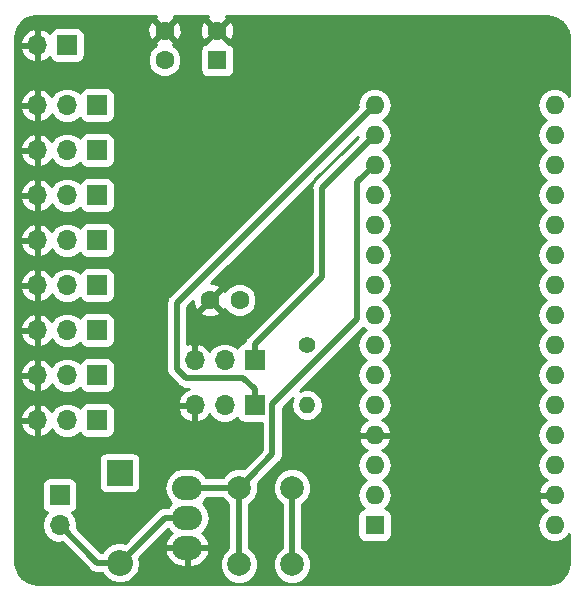
<source format=gbr>
G04 #@! TF.GenerationSoftware,KiCad,Pcbnew,(5.0.0)*
G04 #@! TF.CreationDate,2019-02-06T16:41:10-08:00*
G04 #@! TF.ProjectId,controller,636F6E74726F6C6C65722E6B69636164,rev?*
G04 #@! TF.SameCoordinates,Original*
G04 #@! TF.FileFunction,Copper,L2,Bot,Mixed*
G04 #@! TF.FilePolarity,Positive*
%FSLAX46Y46*%
G04 Gerber Fmt 4.6, Leading zero omitted, Abs format (unit mm)*
G04 Created by KiCad (PCBNEW (5.0.0)) date 02/06/19 16:41:10*
%MOMM*%
%LPD*%
G01*
G04 APERTURE LIST*
G04 #@! TA.AperFunction,ComponentPad*
%ADD10O,1.600000X1.600000*%
G04 #@! TD*
G04 #@! TA.AperFunction,ComponentPad*
%ADD11R,1.600000X1.600000*%
G04 #@! TD*
G04 #@! TA.AperFunction,ComponentPad*
%ADD12C,1.600000*%
G04 #@! TD*
G04 #@! TA.AperFunction,ComponentPad*
%ADD13O,2.540000X2.032000*%
G04 #@! TD*
G04 #@! TA.AperFunction,ComponentPad*
%ADD14R,2.200000X2.200000*%
G04 #@! TD*
G04 #@! TA.AperFunction,ComponentPad*
%ADD15O,2.200000X2.200000*%
G04 #@! TD*
G04 #@! TA.AperFunction,ComponentPad*
%ADD16R,1.700000X1.700000*%
G04 #@! TD*
G04 #@! TA.AperFunction,ComponentPad*
%ADD17O,1.700000X1.700000*%
G04 #@! TD*
G04 #@! TA.AperFunction,ComponentPad*
%ADD18C,2.000000*%
G04 #@! TD*
G04 #@! TA.AperFunction,ComponentPad*
%ADD19O,1.400000X1.400000*%
G04 #@! TD*
G04 #@! TA.AperFunction,ComponentPad*
%ADD20C,1.400000*%
G04 #@! TD*
G04 #@! TA.AperFunction,Conductor*
%ADD21C,0.500000*%
G04 #@! TD*
G04 #@! TA.AperFunction,Conductor*
%ADD22C,0.254000*%
G04 #@! TD*
G04 APERTURE END LIST*
D10*
G04 #@! TO.P,A1,16*
G04 #@! TO.N,Net-(A1-Pad16)*
X46355000Y-8255000D03*
G04 #@! TO.P,A1,15*
G04 #@! TO.N,Net-(A1-Pad15)*
X31115000Y-8255000D03*
G04 #@! TO.P,A1,30*
G04 #@! TO.N,+5V*
X46355000Y-43815000D03*
G04 #@! TO.P,A1,14*
G04 #@! TO.N,Net-(A1-Pad14)*
X31115000Y-10795000D03*
G04 #@! TO.P,A1,29*
G04 #@! TO.N,GND*
X46355000Y-41275000D03*
G04 #@! TO.P,A1,13*
G04 #@! TO.N,Net-(A1-Pad13)*
X31115000Y-13335000D03*
G04 #@! TO.P,A1,28*
G04 #@! TO.N,Net-(A1-Pad28)*
X46355000Y-38735000D03*
G04 #@! TO.P,A1,12*
G04 #@! TO.N,Net-(A1-Pad12)*
X31115000Y-15875000D03*
G04 #@! TO.P,A1,27*
G04 #@! TO.N,Net-(A1-Pad27)*
X46355000Y-36195000D03*
G04 #@! TO.P,A1,11*
G04 #@! TO.N,Net-(A1-Pad11)*
X31115000Y-18415000D03*
G04 #@! TO.P,A1,26*
G04 #@! TO.N,Net-(A1-Pad26)*
X46355000Y-33655000D03*
G04 #@! TO.P,A1,10*
G04 #@! TO.N,Net-(A1-Pad10)*
X31115000Y-20955000D03*
G04 #@! TO.P,A1,25*
G04 #@! TO.N,Net-(A1-Pad25)*
X46355000Y-31115000D03*
G04 #@! TO.P,A1,9*
G04 #@! TO.N,Net-(A1-Pad9)*
X31115000Y-23495000D03*
G04 #@! TO.P,A1,24*
G04 #@! TO.N,Net-(A1-Pad24)*
X46355000Y-28575000D03*
G04 #@! TO.P,A1,8*
G04 #@! TO.N,Net-(A1-Pad8)*
X31115000Y-26035000D03*
G04 #@! TO.P,A1,23*
G04 #@! TO.N,Net-(A1-Pad23)*
X46355000Y-26035000D03*
G04 #@! TO.P,A1,7*
G04 #@! TO.N,Net-(A1-Pad7)*
X31115000Y-28575000D03*
G04 #@! TO.P,A1,22*
G04 #@! TO.N,Net-(A1-Pad22)*
X46355000Y-23495000D03*
G04 #@! TO.P,A1,6*
G04 #@! TO.N,Net-(A1-Pad6)*
X31115000Y-31115000D03*
G04 #@! TO.P,A1,21*
G04 #@! TO.N,Net-(A1-Pad21)*
X46355000Y-20955000D03*
G04 #@! TO.P,A1,5*
G04 #@! TO.N,Net-(A1-Pad5)*
X31115000Y-33655000D03*
G04 #@! TO.P,A1,20*
G04 #@! TO.N,Net-(A1-Pad20)*
X46355000Y-18415000D03*
G04 #@! TO.P,A1,4*
G04 #@! TO.N,GND*
X31115000Y-36195000D03*
G04 #@! TO.P,A1,19*
G04 #@! TO.N,Net-(A1-Pad19)*
X46355000Y-15875000D03*
G04 #@! TO.P,A1,3*
G04 #@! TO.N,Net-(A1-Pad3)*
X31115000Y-38735000D03*
G04 #@! TO.P,A1,18*
G04 #@! TO.N,Net-(A1-Pad18)*
X46355000Y-13335000D03*
G04 #@! TO.P,A1,2*
G04 #@! TO.N,Net-(A1-Pad2)*
X31115000Y-41275000D03*
G04 #@! TO.P,A1,17*
G04 #@! TO.N,Net-(A1-Pad17)*
X46355000Y-10795000D03*
D11*
G04 #@! TO.P,A1,1*
G04 #@! TO.N,Net-(A1-Pad1)*
X31115000Y-43815000D03*
G04 #@! TD*
D12*
G04 #@! TO.P,C1,2*
G04 #@! TO.N,GND*
X17780000Y-1945000D03*
D11*
G04 #@! TO.P,C1,1*
G04 #@! TO.N,+5V*
X17780000Y-4445000D03*
G04 #@! TD*
D12*
G04 #@! TO.P,C2,1*
G04 #@! TO.N,+5V*
X13335000Y-4445000D03*
G04 #@! TO.P,C2,2*
G04 #@! TO.N,GND*
X13335000Y-1945000D03*
G04 #@! TD*
G04 #@! TO.P,C3,2*
G04 #@! TO.N,GND*
X17185000Y-24765000D03*
G04 #@! TO.P,C3,1*
G04 #@! TO.N,+5V*
X19685000Y-24765000D03*
G04 #@! TD*
D13*
G04 #@! TO.P,Q1,1*
G04 #@! TO.N,Net-(A1-Pad13)*
X15240000Y-40640000D03*
G04 #@! TO.P,Q1,3*
G04 #@! TO.N,GND*
X15240000Y-45720000D03*
G04 #@! TO.P,Q1,2*
G04 #@! TO.N,Net-(D1-Pad2)*
X15240000Y-43180000D03*
G04 #@! TD*
D14*
G04 #@! TO.P,D1,1*
G04 #@! TO.N,+5V*
X9525000Y-39370000D03*
D15*
G04 #@! TO.P,D1,2*
G04 #@! TO.N,Net-(D1-Pad2)*
X9525000Y-46990000D03*
G04 #@! TD*
D16*
G04 #@! TO.P,PWM1,1*
G04 #@! TO.N,Net-(PWM1-Pad1)*
X7620000Y-8255000D03*
D17*
G04 #@! TO.P,PWM1,2*
G04 #@! TO.N,+5V*
X5080000Y-8255000D03*
G04 #@! TO.P,PWM1,3*
G04 #@! TO.N,GND*
X2540000Y-8255000D03*
G04 #@! TD*
G04 #@! TO.P,PWM2,3*
G04 #@! TO.N,GND*
X2540000Y-12065000D03*
G04 #@! TO.P,PWM2,2*
G04 #@! TO.N,+5V*
X5080000Y-12065000D03*
D16*
G04 #@! TO.P,PWM2,1*
G04 #@! TO.N,Net-(PWM2-Pad1)*
X7620000Y-12065000D03*
G04 #@! TD*
G04 #@! TO.P,PWM3,1*
G04 #@! TO.N,Net-(PWM3-Pad1)*
X7620000Y-15875000D03*
D17*
G04 #@! TO.P,PWM3,2*
G04 #@! TO.N,+5V*
X5080000Y-15875000D03*
G04 #@! TO.P,PWM3,3*
G04 #@! TO.N,GND*
X2540000Y-15875000D03*
G04 #@! TD*
G04 #@! TO.P,PWM4,3*
G04 #@! TO.N,GND*
X2540000Y-19685000D03*
G04 #@! TO.P,PWM4,2*
G04 #@! TO.N,+5V*
X5080000Y-19685000D03*
D16*
G04 #@! TO.P,PWM4,1*
G04 #@! TO.N,Net-(PWM4-Pad1)*
X7620000Y-19685000D03*
G04 #@! TD*
G04 #@! TO.P,PWM5,1*
G04 #@! TO.N,Net-(PWM5-Pad1)*
X7620000Y-23495000D03*
D17*
G04 #@! TO.P,PWM5,2*
G04 #@! TO.N,+5V*
X5080000Y-23495000D03*
G04 #@! TO.P,PWM5,3*
G04 #@! TO.N,GND*
X2540000Y-23495000D03*
G04 #@! TD*
G04 #@! TO.P,PWM6,3*
G04 #@! TO.N,GND*
X2540000Y-27305000D03*
G04 #@! TO.P,PWM6,2*
G04 #@! TO.N,+5V*
X5080000Y-27305000D03*
D16*
G04 #@! TO.P,PWM6,1*
G04 #@! TO.N,Net-(PWM6-Pad1)*
X7620000Y-27305000D03*
G04 #@! TD*
D17*
G04 #@! TO.P,PWM7,3*
G04 #@! TO.N,GND*
X2540000Y-31115000D03*
G04 #@! TO.P,PWM7,2*
G04 #@! TO.N,+5V*
X5080000Y-31115000D03*
D16*
G04 #@! TO.P,PWM7,1*
G04 #@! TO.N,Net-(PWM7-Pad1)*
X7620000Y-31115000D03*
G04 #@! TD*
G04 #@! TO.P,PWM8,1*
G04 #@! TO.N,Net-(PWM8-Pad1)*
X7620000Y-34925000D03*
D17*
G04 #@! TO.P,PWM8,2*
G04 #@! TO.N,+5V*
X5080000Y-34925000D03*
G04 #@! TO.P,PWM8,3*
G04 #@! TO.N,GND*
X2540000Y-34925000D03*
G04 #@! TD*
D16*
G04 #@! TO.P,PWMIN1,1*
G04 #@! TO.N,Net-(A1-Pad14)*
X20955000Y-29845000D03*
D17*
G04 #@! TO.P,PWMIN1,2*
G04 #@! TO.N,Net-(PWMIN1-Pad2)*
X18415000Y-29845000D03*
G04 #@! TO.P,PWMIN1,3*
G04 #@! TO.N,GND*
X15875000Y-29845000D03*
G04 #@! TD*
G04 #@! TO.P,PWMIN2,3*
G04 #@! TO.N,GND*
X15875000Y-33655000D03*
G04 #@! TO.P,PWMIN2,2*
G04 #@! TO.N,Net-(PWMIN2-Pad2)*
X18415000Y-33655000D03*
D16*
G04 #@! TO.P,PWMIN2,1*
G04 #@! TO.N,Net-(A1-Pad15)*
X20955000Y-33655000D03*
G04 #@! TD*
D17*
G04 #@! TO.P,SWPWR1,2*
G04 #@! TO.N,Net-(D1-Pad2)*
X4445000Y-43815000D03*
D16*
G04 #@! TO.P,SWPWR1,1*
G04 #@! TO.N,+5V*
X4445000Y-41275000D03*
G04 #@! TD*
D18*
G04 #@! TO.P,SWPWR_TEST1,1*
G04 #@! TO.N,Net-(A1-Pad13)*
X19630000Y-47140000D03*
G04 #@! TO.P,SWPWR_TEST1,2*
G04 #@! TO.N,Net-(R2-Pad2)*
X24130000Y-47140000D03*
G04 #@! TO.P,SWPWR_TEST1,1*
G04 #@! TO.N,Net-(A1-Pad13)*
X19630000Y-40640000D03*
G04 #@! TO.P,SWPWR_TEST1,2*
G04 #@! TO.N,Net-(R2-Pad2)*
X24130000Y-40640000D03*
G04 #@! TD*
D16*
G04 #@! TO.P,VIN1,1*
G04 #@! TO.N,+5V*
X5080000Y-3175000D03*
D17*
G04 #@! TO.P,VIN1,2*
G04 #@! TO.N,GND*
X2540000Y-3175000D03*
G04 #@! TD*
D19*
G04 #@! TO.P,R2,2*
G04 #@! TO.N,Net-(R2-Pad2)*
X25400000Y-33655000D03*
D20*
G04 #@! TO.P,R2,1*
G04 #@! TO.N,+5V*
X25400000Y-28575000D03*
G04 #@! TD*
D21*
G04 #@! TO.N,Net-(A1-Pad14)*
X20955000Y-28495000D02*
X26670000Y-22780000D01*
X20955000Y-29845000D02*
X20955000Y-28495000D01*
X26670000Y-15240000D02*
X31115000Y-10795000D01*
X26670000Y-22780000D02*
X26670000Y-15240000D01*
G04 #@! TO.N,Net-(A1-Pad15)*
X30315001Y-9054999D02*
X31115000Y-8255000D01*
X14354999Y-25015001D02*
X30315001Y-9054999D01*
X14354999Y-30574601D02*
X14354999Y-25015001D01*
X15145399Y-31365001D02*
X14354999Y-30574601D01*
X20015001Y-31365001D02*
X15145399Y-31365001D01*
X20955000Y-32305000D02*
X20015001Y-31365001D01*
X20955000Y-33655000D02*
X20955000Y-32305000D01*
G04 #@! TO.N,Net-(A1-Pad13)*
X20629999Y-39640001D02*
X19630000Y-40640000D01*
X22475001Y-37794999D02*
X20629999Y-39640001D01*
X22475001Y-33527601D02*
X22475001Y-37794999D01*
X29644999Y-26357603D02*
X22475001Y-33527601D01*
X29644999Y-14805001D02*
X29644999Y-26357603D01*
X31115000Y-13335000D02*
X29644999Y-14805001D01*
X15240000Y-40640000D02*
X19630000Y-40640000D01*
X19630000Y-40640000D02*
X19630000Y-47140000D01*
G04 #@! TO.N,Net-(D1-Pad2)*
X13335000Y-43180000D02*
X9525000Y-46990000D01*
X15240000Y-43180000D02*
X13335000Y-43180000D01*
X7620000Y-46990000D02*
X9525000Y-46990000D01*
X4445000Y-43815000D02*
X7620000Y-46990000D01*
G04 #@! TO.N,Net-(R2-Pad2)*
X23960000Y-40470000D02*
X24130000Y-40640000D01*
X24130000Y-40640000D02*
X24130000Y-47140000D01*
G04 #@! TD*
D22*
G04 #@! TO.N,GND*
G36*
X12506861Y-937255D02*
X13335000Y-1765395D01*
X14163139Y-937255D01*
X14094687Y-710000D01*
X17020313Y-710000D01*
X16951861Y-937255D01*
X17780000Y-1765395D01*
X18608139Y-937255D01*
X18539687Y-710000D01*
X45675334Y-710000D01*
X46173698Y-772958D01*
X46598893Y-941305D01*
X46968858Y-1210101D01*
X47260356Y-1562462D01*
X47455067Y-1976244D01*
X47547093Y-2458662D01*
X47550001Y-2551195D01*
X47550001Y-7460514D01*
X47389577Y-7220423D01*
X46914909Y-6903260D01*
X46496333Y-6820000D01*
X46213667Y-6820000D01*
X45795091Y-6903260D01*
X45320423Y-7220423D01*
X45003260Y-7695091D01*
X44891887Y-8255000D01*
X45003260Y-8814909D01*
X45320423Y-9289577D01*
X45672758Y-9525000D01*
X45320423Y-9760423D01*
X45003260Y-10235091D01*
X44891887Y-10795000D01*
X45003260Y-11354909D01*
X45320423Y-11829577D01*
X45672758Y-12065000D01*
X45320423Y-12300423D01*
X45003260Y-12775091D01*
X44891887Y-13335000D01*
X45003260Y-13894909D01*
X45320423Y-14369577D01*
X45672758Y-14605000D01*
X45320423Y-14840423D01*
X45003260Y-15315091D01*
X44891887Y-15875000D01*
X45003260Y-16434909D01*
X45320423Y-16909577D01*
X45672758Y-17145000D01*
X45320423Y-17380423D01*
X45003260Y-17855091D01*
X44891887Y-18415000D01*
X45003260Y-18974909D01*
X45320423Y-19449577D01*
X45672758Y-19685000D01*
X45320423Y-19920423D01*
X45003260Y-20395091D01*
X44891887Y-20955000D01*
X45003260Y-21514909D01*
X45320423Y-21989577D01*
X45672758Y-22225000D01*
X45320423Y-22460423D01*
X45003260Y-22935091D01*
X44891887Y-23495000D01*
X45003260Y-24054909D01*
X45320423Y-24529577D01*
X45672758Y-24765000D01*
X45320423Y-25000423D01*
X45003260Y-25475091D01*
X44891887Y-26035000D01*
X45003260Y-26594909D01*
X45320423Y-27069577D01*
X45672758Y-27305000D01*
X45320423Y-27540423D01*
X45003260Y-28015091D01*
X44891887Y-28575000D01*
X45003260Y-29134909D01*
X45320423Y-29609577D01*
X45672758Y-29845000D01*
X45320423Y-30080423D01*
X45003260Y-30555091D01*
X44891887Y-31115000D01*
X45003260Y-31674909D01*
X45320423Y-32149577D01*
X45672758Y-32385000D01*
X45320423Y-32620423D01*
X45003260Y-33095091D01*
X44891887Y-33655000D01*
X45003260Y-34214909D01*
X45320423Y-34689577D01*
X45672758Y-34925000D01*
X45320423Y-35160423D01*
X45003260Y-35635091D01*
X44891887Y-36195000D01*
X45003260Y-36754909D01*
X45320423Y-37229577D01*
X45672758Y-37465000D01*
X45320423Y-37700423D01*
X45003260Y-38175091D01*
X44891887Y-38735000D01*
X45003260Y-39294909D01*
X45320423Y-39769577D01*
X45704108Y-40025947D01*
X45499866Y-40122611D01*
X45123959Y-40537577D01*
X44963096Y-40925961D01*
X45085085Y-41148000D01*
X46228000Y-41148000D01*
X46228000Y-41128000D01*
X46482000Y-41128000D01*
X46482000Y-41148000D01*
X46502000Y-41148000D01*
X46502000Y-41402000D01*
X46482000Y-41402000D01*
X46482000Y-41422000D01*
X46228000Y-41422000D01*
X46228000Y-41402000D01*
X45085085Y-41402000D01*
X44963096Y-41624039D01*
X45123959Y-42012423D01*
X45499866Y-42427389D01*
X45704108Y-42524053D01*
X45320423Y-42780423D01*
X45003260Y-43255091D01*
X44891887Y-43815000D01*
X45003260Y-44374909D01*
X45320423Y-44849577D01*
X45795091Y-45166740D01*
X46213667Y-45250000D01*
X46496333Y-45250000D01*
X46914909Y-45166740D01*
X47389577Y-44849577D01*
X47550000Y-44609487D01*
X47550000Y-46945333D01*
X47487042Y-47443699D01*
X47318697Y-47868889D01*
X47049899Y-48238859D01*
X46697541Y-48530355D01*
X46283756Y-48725067D01*
X45801339Y-48817093D01*
X45708836Y-48820000D01*
X2584667Y-48820000D01*
X2086301Y-48757042D01*
X1661111Y-48588697D01*
X1291141Y-48319899D01*
X999645Y-47967541D01*
X804933Y-47553756D01*
X712907Y-47071339D01*
X710000Y-46978836D01*
X710000Y-43815000D01*
X2930908Y-43815000D01*
X3046161Y-44394418D01*
X3374375Y-44885625D01*
X3865582Y-45213839D01*
X4298744Y-45300000D01*
X4591256Y-45300000D01*
X4663960Y-45285538D01*
X6932577Y-47554156D01*
X6981951Y-47628049D01*
X7055844Y-47677423D01*
X7055845Y-47677424D01*
X7062794Y-47682067D01*
X7274690Y-47823652D01*
X7532835Y-47875000D01*
X7532840Y-47875000D01*
X7619999Y-47892337D01*
X7707159Y-47875000D01*
X8029672Y-47875000D01*
X8274135Y-48240865D01*
X8848037Y-48624334D01*
X9354120Y-48725000D01*
X9695880Y-48725000D01*
X10201963Y-48624334D01*
X10775865Y-48240865D01*
X11159334Y-47666963D01*
X11293990Y-46990000D01*
X11208146Y-46558432D01*
X11663634Y-46102944D01*
X13380025Y-46102944D01*
X13412074Y-46234477D01*
X13728764Y-46797630D01*
X14236857Y-47196724D01*
X14859000Y-47371000D01*
X15113000Y-47371000D01*
X15113000Y-45847000D01*
X15367000Y-45847000D01*
X15367000Y-47371000D01*
X15621000Y-47371000D01*
X16243143Y-47196724D01*
X16751236Y-46797630D01*
X17067926Y-46234477D01*
X17099975Y-46102944D01*
X16980836Y-45847000D01*
X15367000Y-45847000D01*
X15113000Y-45847000D01*
X13499164Y-45847000D01*
X13380025Y-46102944D01*
X11663634Y-46102944D01*
X13635710Y-44130869D01*
X13795695Y-44370305D01*
X13946689Y-44471196D01*
X13728764Y-44642370D01*
X13412074Y-45205523D01*
X13380025Y-45337056D01*
X13499164Y-45593000D01*
X15113000Y-45593000D01*
X15113000Y-45573000D01*
X15367000Y-45573000D01*
X15367000Y-45593000D01*
X16980836Y-45593000D01*
X17099975Y-45337056D01*
X17067926Y-45205523D01*
X16751236Y-44642370D01*
X16533311Y-44471196D01*
X16684305Y-44370305D01*
X17049208Y-43824188D01*
X17177345Y-43180000D01*
X17049208Y-42535812D01*
X16684305Y-41989695D01*
X16565033Y-41910000D01*
X16684305Y-41830305D01*
X16888303Y-41525000D01*
X18226868Y-41525000D01*
X18243914Y-41566153D01*
X18703847Y-42026086D01*
X18745000Y-42043132D01*
X18745001Y-45736868D01*
X18703847Y-45753914D01*
X18243914Y-46213847D01*
X17995000Y-46814778D01*
X17995000Y-47465222D01*
X18243914Y-48066153D01*
X18703847Y-48526086D01*
X19304778Y-48775000D01*
X19955222Y-48775000D01*
X20556153Y-48526086D01*
X21016086Y-48066153D01*
X21265000Y-47465222D01*
X21265000Y-46814778D01*
X21016086Y-46213847D01*
X20556153Y-45753914D01*
X20515000Y-45736868D01*
X20515000Y-42043132D01*
X20556153Y-42026086D01*
X21016086Y-41566153D01*
X21265000Y-40965222D01*
X21265000Y-40314778D01*
X22495000Y-40314778D01*
X22495000Y-40965222D01*
X22743914Y-41566153D01*
X23203847Y-42026086D01*
X23245000Y-42043132D01*
X23245001Y-45736868D01*
X23203847Y-45753914D01*
X22743914Y-46213847D01*
X22495000Y-46814778D01*
X22495000Y-47465222D01*
X22743914Y-48066153D01*
X23203847Y-48526086D01*
X23804778Y-48775000D01*
X24455222Y-48775000D01*
X25056153Y-48526086D01*
X25516086Y-48066153D01*
X25765000Y-47465222D01*
X25765000Y-46814778D01*
X25516086Y-46213847D01*
X25056153Y-45753914D01*
X25015000Y-45736868D01*
X25015000Y-42043132D01*
X25056153Y-42026086D01*
X25516086Y-41566153D01*
X25765000Y-40965222D01*
X25765000Y-40314778D01*
X25516086Y-39713847D01*
X25056153Y-39253914D01*
X24455222Y-39005000D01*
X23804778Y-39005000D01*
X23203847Y-39253914D01*
X22743914Y-39713847D01*
X22495000Y-40314778D01*
X21265000Y-40314778D01*
X21247954Y-40273625D01*
X21317423Y-40204156D01*
X21317425Y-40204153D01*
X22786578Y-38735000D01*
X29651887Y-38735000D01*
X29763260Y-39294909D01*
X30080423Y-39769577D01*
X30432758Y-40005000D01*
X30080423Y-40240423D01*
X29763260Y-40715091D01*
X29651887Y-41275000D01*
X29763260Y-41834909D01*
X30080423Y-42309577D01*
X30201106Y-42390215D01*
X30067235Y-42416843D01*
X29857191Y-42557191D01*
X29716843Y-42767235D01*
X29667560Y-43015000D01*
X29667560Y-44615000D01*
X29716843Y-44862765D01*
X29857191Y-45072809D01*
X30067235Y-45213157D01*
X30315000Y-45262440D01*
X31915000Y-45262440D01*
X32162765Y-45213157D01*
X32372809Y-45072809D01*
X32513157Y-44862765D01*
X32562440Y-44615000D01*
X32562440Y-43015000D01*
X32513157Y-42767235D01*
X32372809Y-42557191D01*
X32162765Y-42416843D01*
X32028894Y-42390215D01*
X32149577Y-42309577D01*
X32466740Y-41834909D01*
X32578113Y-41275000D01*
X32466740Y-40715091D01*
X32149577Y-40240423D01*
X31797242Y-40005000D01*
X32149577Y-39769577D01*
X32466740Y-39294909D01*
X32578113Y-38735000D01*
X32466740Y-38175091D01*
X32149577Y-37700423D01*
X31765892Y-37444053D01*
X31970134Y-37347389D01*
X32346041Y-36932423D01*
X32506904Y-36544039D01*
X32384915Y-36322000D01*
X31242000Y-36322000D01*
X31242000Y-36342000D01*
X30988000Y-36342000D01*
X30988000Y-36322000D01*
X29845085Y-36322000D01*
X29723096Y-36544039D01*
X29883959Y-36932423D01*
X30259866Y-37347389D01*
X30464108Y-37444053D01*
X30080423Y-37700423D01*
X29763260Y-38175091D01*
X29651887Y-38735000D01*
X22786578Y-38735000D01*
X23039157Y-38482422D01*
X23113050Y-38433048D01*
X23308653Y-38140309D01*
X23360001Y-37882164D01*
X23360001Y-37882160D01*
X23377338Y-37794999D01*
X23360001Y-37707838D01*
X23360001Y-33894179D01*
X24187538Y-33066642D01*
X24142458Y-33134109D01*
X24038846Y-33655000D01*
X24142458Y-34175891D01*
X24437519Y-34617481D01*
X24879109Y-34912542D01*
X25268515Y-34990000D01*
X25531485Y-34990000D01*
X25920891Y-34912542D01*
X26362481Y-34617481D01*
X26657542Y-34175891D01*
X26761154Y-33655000D01*
X26657542Y-33134109D01*
X26362481Y-32692519D01*
X25920891Y-32397458D01*
X25531485Y-32320000D01*
X25268515Y-32320000D01*
X24879109Y-32397458D01*
X24811643Y-32442538D01*
X30142875Y-27111306D01*
X30432758Y-27305000D01*
X30080423Y-27540423D01*
X29763260Y-28015091D01*
X29651887Y-28575000D01*
X29763260Y-29134909D01*
X30080423Y-29609577D01*
X30432758Y-29845000D01*
X30080423Y-30080423D01*
X29763260Y-30555091D01*
X29651887Y-31115000D01*
X29763260Y-31674909D01*
X30080423Y-32149577D01*
X30432758Y-32385000D01*
X30080423Y-32620423D01*
X29763260Y-33095091D01*
X29651887Y-33655000D01*
X29763260Y-34214909D01*
X30080423Y-34689577D01*
X30464108Y-34945947D01*
X30259866Y-35042611D01*
X29883959Y-35457577D01*
X29723096Y-35845961D01*
X29845085Y-36068000D01*
X30988000Y-36068000D01*
X30988000Y-36048000D01*
X31242000Y-36048000D01*
X31242000Y-36068000D01*
X32384915Y-36068000D01*
X32506904Y-35845961D01*
X32346041Y-35457577D01*
X31970134Y-35042611D01*
X31765892Y-34945947D01*
X32149577Y-34689577D01*
X32466740Y-34214909D01*
X32578113Y-33655000D01*
X32466740Y-33095091D01*
X32149577Y-32620423D01*
X31797242Y-32385000D01*
X32149577Y-32149577D01*
X32466740Y-31674909D01*
X32578113Y-31115000D01*
X32466740Y-30555091D01*
X32149577Y-30080423D01*
X31797242Y-29845000D01*
X32149577Y-29609577D01*
X32466740Y-29134909D01*
X32578113Y-28575000D01*
X32466740Y-28015091D01*
X32149577Y-27540423D01*
X31797242Y-27305000D01*
X32149577Y-27069577D01*
X32466740Y-26594909D01*
X32578113Y-26035000D01*
X32466740Y-25475091D01*
X32149577Y-25000423D01*
X31797242Y-24765000D01*
X32149577Y-24529577D01*
X32466740Y-24054909D01*
X32578113Y-23495000D01*
X32466740Y-22935091D01*
X32149577Y-22460423D01*
X31797242Y-22225000D01*
X32149577Y-21989577D01*
X32466740Y-21514909D01*
X32578113Y-20955000D01*
X32466740Y-20395091D01*
X32149577Y-19920423D01*
X31797242Y-19685000D01*
X32149577Y-19449577D01*
X32466740Y-18974909D01*
X32578113Y-18415000D01*
X32466740Y-17855091D01*
X32149577Y-17380423D01*
X31797242Y-17145000D01*
X32149577Y-16909577D01*
X32466740Y-16434909D01*
X32578113Y-15875000D01*
X32466740Y-15315091D01*
X32149577Y-14840423D01*
X31797242Y-14605000D01*
X32149577Y-14369577D01*
X32466740Y-13894909D01*
X32578113Y-13335000D01*
X32466740Y-12775091D01*
X32149577Y-12300423D01*
X31797242Y-12065000D01*
X32149577Y-11829577D01*
X32466740Y-11354909D01*
X32578113Y-10795000D01*
X32466740Y-10235091D01*
X32149577Y-9760423D01*
X31797242Y-9525000D01*
X32149577Y-9289577D01*
X32466740Y-8814909D01*
X32578113Y-8255000D01*
X32466740Y-7695091D01*
X32149577Y-7220423D01*
X31674909Y-6903260D01*
X31256333Y-6820000D01*
X30973667Y-6820000D01*
X30555091Y-6903260D01*
X30080423Y-7220423D01*
X29763260Y-7695091D01*
X29651887Y-8255000D01*
X29686983Y-8431438D01*
X13790844Y-24327578D01*
X13716951Y-24376952D01*
X13667577Y-24450845D01*
X13667575Y-24450847D01*
X13521347Y-24669692D01*
X13452662Y-25015001D01*
X13470000Y-25102166D01*
X13469999Y-30487440D01*
X13452662Y-30574601D01*
X13469999Y-30661762D01*
X13469999Y-30661765D01*
X13521347Y-30919910D01*
X13716950Y-31212650D01*
X13790846Y-31262026D01*
X14457976Y-31929157D01*
X14507350Y-32003050D01*
X14581243Y-32052424D01*
X14581244Y-32052425D01*
X14692279Y-32126616D01*
X14800089Y-32198653D01*
X15058234Y-32250001D01*
X15058238Y-32250001D01*
X15145398Y-32267338D01*
X15232558Y-32250001D01*
X15430041Y-32250001D01*
X15108076Y-32383355D01*
X14679817Y-32773642D01*
X14433514Y-33298108D01*
X14554181Y-33528000D01*
X15748000Y-33528000D01*
X15748000Y-33508000D01*
X16002000Y-33508000D01*
X16002000Y-33528000D01*
X16022000Y-33528000D01*
X16022000Y-33782000D01*
X16002000Y-33782000D01*
X16002000Y-34975155D01*
X16231890Y-35096476D01*
X16641924Y-34926645D01*
X17070183Y-34536358D01*
X17131157Y-34406522D01*
X17344375Y-34725625D01*
X17835582Y-35053839D01*
X18268744Y-35140000D01*
X18561256Y-35140000D01*
X18994418Y-35053839D01*
X19485625Y-34725625D01*
X19497816Y-34707381D01*
X19506843Y-34752765D01*
X19647191Y-34962809D01*
X19857235Y-35103157D01*
X20105000Y-35152440D01*
X21590001Y-35152440D01*
X21590002Y-37428419D01*
X20065847Y-38952575D01*
X20065844Y-38952577D01*
X19996375Y-39022046D01*
X19955222Y-39005000D01*
X19304778Y-39005000D01*
X18703847Y-39253914D01*
X18243914Y-39713847D01*
X18226868Y-39755000D01*
X16888303Y-39755000D01*
X16684305Y-39449695D01*
X16138188Y-39084792D01*
X15656609Y-38989000D01*
X14823391Y-38989000D01*
X14341812Y-39084792D01*
X13795695Y-39449695D01*
X13430792Y-39995812D01*
X13302655Y-40640000D01*
X13430792Y-41284188D01*
X13795695Y-41830305D01*
X13914967Y-41910000D01*
X13795695Y-41989695D01*
X13591697Y-42295000D01*
X13422161Y-42295000D01*
X13335000Y-42277663D01*
X13247839Y-42295000D01*
X13247835Y-42295000D01*
X12989690Y-42346348D01*
X12770845Y-42492576D01*
X12770844Y-42492577D01*
X12696951Y-42541951D01*
X12647577Y-42615844D01*
X9956568Y-45306854D01*
X9695880Y-45255000D01*
X9354120Y-45255000D01*
X8848037Y-45355666D01*
X8274135Y-45739135D01*
X8029672Y-46105000D01*
X7986579Y-46105000D01*
X5915538Y-44033960D01*
X5959092Y-43815000D01*
X5843839Y-43235582D01*
X5515625Y-42744375D01*
X5497381Y-42732184D01*
X5542765Y-42723157D01*
X5752809Y-42582809D01*
X5893157Y-42372765D01*
X5942440Y-42125000D01*
X5942440Y-40425000D01*
X5893157Y-40177235D01*
X5752809Y-39967191D01*
X5542765Y-39826843D01*
X5295000Y-39777560D01*
X3595000Y-39777560D01*
X3347235Y-39826843D01*
X3137191Y-39967191D01*
X2996843Y-40177235D01*
X2947560Y-40425000D01*
X2947560Y-42125000D01*
X2996843Y-42372765D01*
X3137191Y-42582809D01*
X3347235Y-42723157D01*
X3392619Y-42732184D01*
X3374375Y-42744375D01*
X3046161Y-43235582D01*
X2930908Y-43815000D01*
X710000Y-43815000D01*
X710000Y-38270000D01*
X7777560Y-38270000D01*
X7777560Y-40470000D01*
X7826843Y-40717765D01*
X7967191Y-40927809D01*
X8177235Y-41068157D01*
X8425000Y-41117440D01*
X10625000Y-41117440D01*
X10872765Y-41068157D01*
X11082809Y-40927809D01*
X11223157Y-40717765D01*
X11272440Y-40470000D01*
X11272440Y-38270000D01*
X11223157Y-38022235D01*
X11082809Y-37812191D01*
X10872765Y-37671843D01*
X10625000Y-37622560D01*
X8425000Y-37622560D01*
X8177235Y-37671843D01*
X7967191Y-37812191D01*
X7826843Y-38022235D01*
X7777560Y-38270000D01*
X710000Y-38270000D01*
X710000Y-35281892D01*
X1098514Y-35281892D01*
X1344817Y-35806358D01*
X1773076Y-36196645D01*
X2183110Y-36366476D01*
X2413000Y-36245155D01*
X2413000Y-35052000D01*
X1219181Y-35052000D01*
X1098514Y-35281892D01*
X710000Y-35281892D01*
X710000Y-34568108D01*
X1098514Y-34568108D01*
X1219181Y-34798000D01*
X2413000Y-34798000D01*
X2413000Y-33604845D01*
X2667000Y-33604845D01*
X2667000Y-34798000D01*
X2687000Y-34798000D01*
X2687000Y-35052000D01*
X2667000Y-35052000D01*
X2667000Y-36245155D01*
X2896890Y-36366476D01*
X3306924Y-36196645D01*
X3735183Y-35806358D01*
X3796157Y-35676522D01*
X4009375Y-35995625D01*
X4500582Y-36323839D01*
X4933744Y-36410000D01*
X5226256Y-36410000D01*
X5659418Y-36323839D01*
X6150625Y-35995625D01*
X6162816Y-35977381D01*
X6171843Y-36022765D01*
X6312191Y-36232809D01*
X6522235Y-36373157D01*
X6770000Y-36422440D01*
X8470000Y-36422440D01*
X8717765Y-36373157D01*
X8927809Y-36232809D01*
X9068157Y-36022765D01*
X9117440Y-35775000D01*
X9117440Y-34075000D01*
X9104888Y-34011892D01*
X14433514Y-34011892D01*
X14679817Y-34536358D01*
X15108076Y-34926645D01*
X15518110Y-35096476D01*
X15748000Y-34975155D01*
X15748000Y-33782000D01*
X14554181Y-33782000D01*
X14433514Y-34011892D01*
X9104888Y-34011892D01*
X9068157Y-33827235D01*
X8927809Y-33617191D01*
X8717765Y-33476843D01*
X8470000Y-33427560D01*
X6770000Y-33427560D01*
X6522235Y-33476843D01*
X6312191Y-33617191D01*
X6171843Y-33827235D01*
X6162816Y-33872619D01*
X6150625Y-33854375D01*
X5659418Y-33526161D01*
X5226256Y-33440000D01*
X4933744Y-33440000D01*
X4500582Y-33526161D01*
X4009375Y-33854375D01*
X3796157Y-34173478D01*
X3735183Y-34043642D01*
X3306924Y-33653355D01*
X2896890Y-33483524D01*
X2667000Y-33604845D01*
X2413000Y-33604845D01*
X2183110Y-33483524D01*
X1773076Y-33653355D01*
X1344817Y-34043642D01*
X1098514Y-34568108D01*
X710000Y-34568108D01*
X710000Y-31471892D01*
X1098514Y-31471892D01*
X1344817Y-31996358D01*
X1773076Y-32386645D01*
X2183110Y-32556476D01*
X2413000Y-32435155D01*
X2413000Y-31242000D01*
X1219181Y-31242000D01*
X1098514Y-31471892D01*
X710000Y-31471892D01*
X710000Y-30758108D01*
X1098514Y-30758108D01*
X1219181Y-30988000D01*
X2413000Y-30988000D01*
X2413000Y-29794845D01*
X2667000Y-29794845D01*
X2667000Y-30988000D01*
X2687000Y-30988000D01*
X2687000Y-31242000D01*
X2667000Y-31242000D01*
X2667000Y-32435155D01*
X2896890Y-32556476D01*
X3306924Y-32386645D01*
X3735183Y-31996358D01*
X3796157Y-31866522D01*
X4009375Y-32185625D01*
X4500582Y-32513839D01*
X4933744Y-32600000D01*
X5226256Y-32600000D01*
X5659418Y-32513839D01*
X6150625Y-32185625D01*
X6162816Y-32167381D01*
X6171843Y-32212765D01*
X6312191Y-32422809D01*
X6522235Y-32563157D01*
X6770000Y-32612440D01*
X8470000Y-32612440D01*
X8717765Y-32563157D01*
X8927809Y-32422809D01*
X9068157Y-32212765D01*
X9117440Y-31965000D01*
X9117440Y-30265000D01*
X9068157Y-30017235D01*
X8927809Y-29807191D01*
X8717765Y-29666843D01*
X8470000Y-29617560D01*
X6770000Y-29617560D01*
X6522235Y-29666843D01*
X6312191Y-29807191D01*
X6171843Y-30017235D01*
X6162816Y-30062619D01*
X6150625Y-30044375D01*
X5659418Y-29716161D01*
X5226256Y-29630000D01*
X4933744Y-29630000D01*
X4500582Y-29716161D01*
X4009375Y-30044375D01*
X3796157Y-30363478D01*
X3735183Y-30233642D01*
X3306924Y-29843355D01*
X2896890Y-29673524D01*
X2667000Y-29794845D01*
X2413000Y-29794845D01*
X2183110Y-29673524D01*
X1773076Y-29843355D01*
X1344817Y-30233642D01*
X1098514Y-30758108D01*
X710000Y-30758108D01*
X710000Y-27661892D01*
X1098514Y-27661892D01*
X1344817Y-28186358D01*
X1773076Y-28576645D01*
X2183110Y-28746476D01*
X2413000Y-28625155D01*
X2413000Y-27432000D01*
X1219181Y-27432000D01*
X1098514Y-27661892D01*
X710000Y-27661892D01*
X710000Y-26948108D01*
X1098514Y-26948108D01*
X1219181Y-27178000D01*
X2413000Y-27178000D01*
X2413000Y-25984845D01*
X2667000Y-25984845D01*
X2667000Y-27178000D01*
X2687000Y-27178000D01*
X2687000Y-27432000D01*
X2667000Y-27432000D01*
X2667000Y-28625155D01*
X2896890Y-28746476D01*
X3306924Y-28576645D01*
X3735183Y-28186358D01*
X3796157Y-28056522D01*
X4009375Y-28375625D01*
X4500582Y-28703839D01*
X4933744Y-28790000D01*
X5226256Y-28790000D01*
X5659418Y-28703839D01*
X6150625Y-28375625D01*
X6162816Y-28357381D01*
X6171843Y-28402765D01*
X6312191Y-28612809D01*
X6522235Y-28753157D01*
X6770000Y-28802440D01*
X8470000Y-28802440D01*
X8717765Y-28753157D01*
X8927809Y-28612809D01*
X9068157Y-28402765D01*
X9117440Y-28155000D01*
X9117440Y-26455000D01*
X9068157Y-26207235D01*
X8927809Y-25997191D01*
X8717765Y-25856843D01*
X8470000Y-25807560D01*
X6770000Y-25807560D01*
X6522235Y-25856843D01*
X6312191Y-25997191D01*
X6171843Y-26207235D01*
X6162816Y-26252619D01*
X6150625Y-26234375D01*
X5659418Y-25906161D01*
X5226256Y-25820000D01*
X4933744Y-25820000D01*
X4500582Y-25906161D01*
X4009375Y-26234375D01*
X3796157Y-26553478D01*
X3735183Y-26423642D01*
X3306924Y-26033355D01*
X2896890Y-25863524D01*
X2667000Y-25984845D01*
X2413000Y-25984845D01*
X2183110Y-25863524D01*
X1773076Y-26033355D01*
X1344817Y-26423642D01*
X1098514Y-26948108D01*
X710000Y-26948108D01*
X710000Y-23851892D01*
X1098514Y-23851892D01*
X1344817Y-24376358D01*
X1773076Y-24766645D01*
X2183110Y-24936476D01*
X2413000Y-24815155D01*
X2413000Y-23622000D01*
X1219181Y-23622000D01*
X1098514Y-23851892D01*
X710000Y-23851892D01*
X710000Y-23138108D01*
X1098514Y-23138108D01*
X1219181Y-23368000D01*
X2413000Y-23368000D01*
X2413000Y-22174845D01*
X2667000Y-22174845D01*
X2667000Y-23368000D01*
X2687000Y-23368000D01*
X2687000Y-23622000D01*
X2667000Y-23622000D01*
X2667000Y-24815155D01*
X2896890Y-24936476D01*
X3306924Y-24766645D01*
X3735183Y-24376358D01*
X3796157Y-24246522D01*
X4009375Y-24565625D01*
X4500582Y-24893839D01*
X4933744Y-24980000D01*
X5226256Y-24980000D01*
X5659418Y-24893839D01*
X6150625Y-24565625D01*
X6162816Y-24547381D01*
X6171843Y-24592765D01*
X6312191Y-24802809D01*
X6522235Y-24943157D01*
X6770000Y-24992440D01*
X8470000Y-24992440D01*
X8717765Y-24943157D01*
X8927809Y-24802809D01*
X9068157Y-24592765D01*
X9117440Y-24345000D01*
X9117440Y-22645000D01*
X9068157Y-22397235D01*
X8927809Y-22187191D01*
X8717765Y-22046843D01*
X8470000Y-21997560D01*
X6770000Y-21997560D01*
X6522235Y-22046843D01*
X6312191Y-22187191D01*
X6171843Y-22397235D01*
X6162816Y-22442619D01*
X6150625Y-22424375D01*
X5659418Y-22096161D01*
X5226256Y-22010000D01*
X4933744Y-22010000D01*
X4500582Y-22096161D01*
X4009375Y-22424375D01*
X3796157Y-22743478D01*
X3735183Y-22613642D01*
X3306924Y-22223355D01*
X2896890Y-22053524D01*
X2667000Y-22174845D01*
X2413000Y-22174845D01*
X2183110Y-22053524D01*
X1773076Y-22223355D01*
X1344817Y-22613642D01*
X1098514Y-23138108D01*
X710000Y-23138108D01*
X710000Y-20041892D01*
X1098514Y-20041892D01*
X1344817Y-20566358D01*
X1773076Y-20956645D01*
X2183110Y-21126476D01*
X2413000Y-21005155D01*
X2413000Y-19812000D01*
X1219181Y-19812000D01*
X1098514Y-20041892D01*
X710000Y-20041892D01*
X710000Y-19328108D01*
X1098514Y-19328108D01*
X1219181Y-19558000D01*
X2413000Y-19558000D01*
X2413000Y-18364845D01*
X2667000Y-18364845D01*
X2667000Y-19558000D01*
X2687000Y-19558000D01*
X2687000Y-19812000D01*
X2667000Y-19812000D01*
X2667000Y-21005155D01*
X2896890Y-21126476D01*
X3306924Y-20956645D01*
X3735183Y-20566358D01*
X3796157Y-20436522D01*
X4009375Y-20755625D01*
X4500582Y-21083839D01*
X4933744Y-21170000D01*
X5226256Y-21170000D01*
X5659418Y-21083839D01*
X6150625Y-20755625D01*
X6162816Y-20737381D01*
X6171843Y-20782765D01*
X6312191Y-20992809D01*
X6522235Y-21133157D01*
X6770000Y-21182440D01*
X8470000Y-21182440D01*
X8717765Y-21133157D01*
X8927809Y-20992809D01*
X9068157Y-20782765D01*
X9117440Y-20535000D01*
X9117440Y-18835000D01*
X9068157Y-18587235D01*
X8927809Y-18377191D01*
X8717765Y-18236843D01*
X8470000Y-18187560D01*
X6770000Y-18187560D01*
X6522235Y-18236843D01*
X6312191Y-18377191D01*
X6171843Y-18587235D01*
X6162816Y-18632619D01*
X6150625Y-18614375D01*
X5659418Y-18286161D01*
X5226256Y-18200000D01*
X4933744Y-18200000D01*
X4500582Y-18286161D01*
X4009375Y-18614375D01*
X3796157Y-18933478D01*
X3735183Y-18803642D01*
X3306924Y-18413355D01*
X2896890Y-18243524D01*
X2667000Y-18364845D01*
X2413000Y-18364845D01*
X2183110Y-18243524D01*
X1773076Y-18413355D01*
X1344817Y-18803642D01*
X1098514Y-19328108D01*
X710000Y-19328108D01*
X710000Y-16231892D01*
X1098514Y-16231892D01*
X1344817Y-16756358D01*
X1773076Y-17146645D01*
X2183110Y-17316476D01*
X2413000Y-17195155D01*
X2413000Y-16002000D01*
X1219181Y-16002000D01*
X1098514Y-16231892D01*
X710000Y-16231892D01*
X710000Y-15518108D01*
X1098514Y-15518108D01*
X1219181Y-15748000D01*
X2413000Y-15748000D01*
X2413000Y-14554845D01*
X2667000Y-14554845D01*
X2667000Y-15748000D01*
X2687000Y-15748000D01*
X2687000Y-16002000D01*
X2667000Y-16002000D01*
X2667000Y-17195155D01*
X2896890Y-17316476D01*
X3306924Y-17146645D01*
X3735183Y-16756358D01*
X3796157Y-16626522D01*
X4009375Y-16945625D01*
X4500582Y-17273839D01*
X4933744Y-17360000D01*
X5226256Y-17360000D01*
X5659418Y-17273839D01*
X6150625Y-16945625D01*
X6162816Y-16927381D01*
X6171843Y-16972765D01*
X6312191Y-17182809D01*
X6522235Y-17323157D01*
X6770000Y-17372440D01*
X8470000Y-17372440D01*
X8717765Y-17323157D01*
X8927809Y-17182809D01*
X9068157Y-16972765D01*
X9117440Y-16725000D01*
X9117440Y-15025000D01*
X9068157Y-14777235D01*
X8927809Y-14567191D01*
X8717765Y-14426843D01*
X8470000Y-14377560D01*
X6770000Y-14377560D01*
X6522235Y-14426843D01*
X6312191Y-14567191D01*
X6171843Y-14777235D01*
X6162816Y-14822619D01*
X6150625Y-14804375D01*
X5659418Y-14476161D01*
X5226256Y-14390000D01*
X4933744Y-14390000D01*
X4500582Y-14476161D01*
X4009375Y-14804375D01*
X3796157Y-15123478D01*
X3735183Y-14993642D01*
X3306924Y-14603355D01*
X2896890Y-14433524D01*
X2667000Y-14554845D01*
X2413000Y-14554845D01*
X2183110Y-14433524D01*
X1773076Y-14603355D01*
X1344817Y-14993642D01*
X1098514Y-15518108D01*
X710000Y-15518108D01*
X710000Y-12421892D01*
X1098514Y-12421892D01*
X1344817Y-12946358D01*
X1773076Y-13336645D01*
X2183110Y-13506476D01*
X2413000Y-13385155D01*
X2413000Y-12192000D01*
X1219181Y-12192000D01*
X1098514Y-12421892D01*
X710000Y-12421892D01*
X710000Y-11708108D01*
X1098514Y-11708108D01*
X1219181Y-11938000D01*
X2413000Y-11938000D01*
X2413000Y-10744845D01*
X2667000Y-10744845D01*
X2667000Y-11938000D01*
X2687000Y-11938000D01*
X2687000Y-12192000D01*
X2667000Y-12192000D01*
X2667000Y-13385155D01*
X2896890Y-13506476D01*
X3306924Y-13336645D01*
X3735183Y-12946358D01*
X3796157Y-12816522D01*
X4009375Y-13135625D01*
X4500582Y-13463839D01*
X4933744Y-13550000D01*
X5226256Y-13550000D01*
X5659418Y-13463839D01*
X6150625Y-13135625D01*
X6162816Y-13117381D01*
X6171843Y-13162765D01*
X6312191Y-13372809D01*
X6522235Y-13513157D01*
X6770000Y-13562440D01*
X8470000Y-13562440D01*
X8717765Y-13513157D01*
X8927809Y-13372809D01*
X9068157Y-13162765D01*
X9117440Y-12915000D01*
X9117440Y-11215000D01*
X9068157Y-10967235D01*
X8927809Y-10757191D01*
X8717765Y-10616843D01*
X8470000Y-10567560D01*
X6770000Y-10567560D01*
X6522235Y-10616843D01*
X6312191Y-10757191D01*
X6171843Y-10967235D01*
X6162816Y-11012619D01*
X6150625Y-10994375D01*
X5659418Y-10666161D01*
X5226256Y-10580000D01*
X4933744Y-10580000D01*
X4500582Y-10666161D01*
X4009375Y-10994375D01*
X3796157Y-11313478D01*
X3735183Y-11183642D01*
X3306924Y-10793355D01*
X2896890Y-10623524D01*
X2667000Y-10744845D01*
X2413000Y-10744845D01*
X2183110Y-10623524D01*
X1773076Y-10793355D01*
X1344817Y-11183642D01*
X1098514Y-11708108D01*
X710000Y-11708108D01*
X710000Y-8611892D01*
X1098514Y-8611892D01*
X1344817Y-9136358D01*
X1773076Y-9526645D01*
X2183110Y-9696476D01*
X2413000Y-9575155D01*
X2413000Y-8382000D01*
X1219181Y-8382000D01*
X1098514Y-8611892D01*
X710000Y-8611892D01*
X710000Y-7898108D01*
X1098514Y-7898108D01*
X1219181Y-8128000D01*
X2413000Y-8128000D01*
X2413000Y-6934845D01*
X2667000Y-6934845D01*
X2667000Y-8128000D01*
X2687000Y-8128000D01*
X2687000Y-8382000D01*
X2667000Y-8382000D01*
X2667000Y-9575155D01*
X2896890Y-9696476D01*
X3306924Y-9526645D01*
X3735183Y-9136358D01*
X3796157Y-9006522D01*
X4009375Y-9325625D01*
X4500582Y-9653839D01*
X4933744Y-9740000D01*
X5226256Y-9740000D01*
X5659418Y-9653839D01*
X6150625Y-9325625D01*
X6162816Y-9307381D01*
X6171843Y-9352765D01*
X6312191Y-9562809D01*
X6522235Y-9703157D01*
X6770000Y-9752440D01*
X8470000Y-9752440D01*
X8717765Y-9703157D01*
X8927809Y-9562809D01*
X9068157Y-9352765D01*
X9117440Y-9105000D01*
X9117440Y-7405000D01*
X9068157Y-7157235D01*
X8927809Y-6947191D01*
X8717765Y-6806843D01*
X8470000Y-6757560D01*
X6770000Y-6757560D01*
X6522235Y-6806843D01*
X6312191Y-6947191D01*
X6171843Y-7157235D01*
X6162816Y-7202619D01*
X6150625Y-7184375D01*
X5659418Y-6856161D01*
X5226256Y-6770000D01*
X4933744Y-6770000D01*
X4500582Y-6856161D01*
X4009375Y-7184375D01*
X3796157Y-7503478D01*
X3735183Y-7373642D01*
X3306924Y-6983355D01*
X2896890Y-6813524D01*
X2667000Y-6934845D01*
X2413000Y-6934845D01*
X2183110Y-6813524D01*
X1773076Y-6983355D01*
X1344817Y-7373642D01*
X1098514Y-7898108D01*
X710000Y-7898108D01*
X710000Y-3531892D01*
X1098514Y-3531892D01*
X1344817Y-4056358D01*
X1773076Y-4446645D01*
X2183110Y-4616476D01*
X2413000Y-4495155D01*
X2413000Y-3302000D01*
X1219181Y-3302000D01*
X1098514Y-3531892D01*
X710000Y-3531892D01*
X710000Y-2818108D01*
X1098514Y-2818108D01*
X1219181Y-3048000D01*
X2413000Y-3048000D01*
X2413000Y-1854845D01*
X2667000Y-1854845D01*
X2667000Y-3048000D01*
X2687000Y-3048000D01*
X2687000Y-3302000D01*
X2667000Y-3302000D01*
X2667000Y-4495155D01*
X2896890Y-4616476D01*
X3306924Y-4446645D01*
X3611261Y-4169292D01*
X3631843Y-4272765D01*
X3772191Y-4482809D01*
X3982235Y-4623157D01*
X4230000Y-4672440D01*
X5930000Y-4672440D01*
X6177765Y-4623157D01*
X6387809Y-4482809D01*
X6528157Y-4272765D01*
X6550674Y-4159561D01*
X11900000Y-4159561D01*
X11900000Y-4730439D01*
X12118466Y-5257862D01*
X12522138Y-5661534D01*
X13049561Y-5880000D01*
X13620439Y-5880000D01*
X14147862Y-5661534D01*
X14551534Y-5257862D01*
X14770000Y-4730439D01*
X14770000Y-4159561D01*
X14556862Y-3645000D01*
X16332560Y-3645000D01*
X16332560Y-5245000D01*
X16381843Y-5492765D01*
X16522191Y-5702809D01*
X16732235Y-5843157D01*
X16980000Y-5892440D01*
X18580000Y-5892440D01*
X18827765Y-5843157D01*
X19037809Y-5702809D01*
X19178157Y-5492765D01*
X19227440Y-5245000D01*
X19227440Y-3645000D01*
X19178157Y-3397235D01*
X19037809Y-3187191D01*
X18827765Y-3046843D01*
X18593813Y-3000307D01*
X18608139Y-2952745D01*
X17780000Y-2124605D01*
X16951861Y-2952745D01*
X16966187Y-3000307D01*
X16732235Y-3046843D01*
X16522191Y-3187191D01*
X16381843Y-3397235D01*
X16332560Y-3645000D01*
X14556862Y-3645000D01*
X14551534Y-3632138D01*
X14147862Y-3228466D01*
X14082701Y-3201475D01*
X14089005Y-3198864D01*
X14163139Y-2952745D01*
X13335000Y-2124605D01*
X12506861Y-2952745D01*
X12580995Y-3198864D01*
X12587746Y-3201290D01*
X12522138Y-3228466D01*
X12118466Y-3632138D01*
X11900000Y-4159561D01*
X6550674Y-4159561D01*
X6577440Y-4025000D01*
X6577440Y-2325000D01*
X6528157Y-2077235D01*
X6387809Y-1867191D01*
X6179831Y-1728223D01*
X11888035Y-1728223D01*
X11915222Y-2298454D01*
X12081136Y-2699005D01*
X12327255Y-2773139D01*
X13155395Y-1945000D01*
X13514605Y-1945000D01*
X14342745Y-2773139D01*
X14588864Y-2699005D01*
X14781965Y-2161777D01*
X14761295Y-1728223D01*
X16333035Y-1728223D01*
X16360222Y-2298454D01*
X16526136Y-2699005D01*
X16772255Y-2773139D01*
X17600395Y-1945000D01*
X17959605Y-1945000D01*
X18787745Y-2773139D01*
X19033864Y-2699005D01*
X19226965Y-2161777D01*
X19199778Y-1591546D01*
X19033864Y-1190995D01*
X18787745Y-1116861D01*
X17959605Y-1945000D01*
X17600395Y-1945000D01*
X16772255Y-1116861D01*
X16526136Y-1190995D01*
X16333035Y-1728223D01*
X14761295Y-1728223D01*
X14754778Y-1591546D01*
X14588864Y-1190995D01*
X14342745Y-1116861D01*
X13514605Y-1945000D01*
X13155395Y-1945000D01*
X12327255Y-1116861D01*
X12081136Y-1190995D01*
X11888035Y-1728223D01*
X6179831Y-1728223D01*
X6177765Y-1726843D01*
X5930000Y-1677560D01*
X4230000Y-1677560D01*
X3982235Y-1726843D01*
X3772191Y-1867191D01*
X3631843Y-2077235D01*
X3611261Y-2180708D01*
X3306924Y-1903355D01*
X2896890Y-1733524D01*
X2667000Y-1854845D01*
X2413000Y-1854845D01*
X2183110Y-1733524D01*
X1773076Y-1903355D01*
X1344817Y-2293642D01*
X1098514Y-2818108D01*
X710000Y-2818108D01*
X710000Y-2584666D01*
X772958Y-2086302D01*
X941305Y-1661107D01*
X1210101Y-1291142D01*
X1562462Y-999644D01*
X1976244Y-804933D01*
X2458662Y-712907D01*
X2551164Y-710000D01*
X12575313Y-710000D01*
X12506861Y-937255D01*
X12506861Y-937255D01*
G37*
X12506861Y-937255D02*
X13335000Y-1765395D01*
X14163139Y-937255D01*
X14094687Y-710000D01*
X17020313Y-710000D01*
X16951861Y-937255D01*
X17780000Y-1765395D01*
X18608139Y-937255D01*
X18539687Y-710000D01*
X45675334Y-710000D01*
X46173698Y-772958D01*
X46598893Y-941305D01*
X46968858Y-1210101D01*
X47260356Y-1562462D01*
X47455067Y-1976244D01*
X47547093Y-2458662D01*
X47550001Y-2551195D01*
X47550001Y-7460514D01*
X47389577Y-7220423D01*
X46914909Y-6903260D01*
X46496333Y-6820000D01*
X46213667Y-6820000D01*
X45795091Y-6903260D01*
X45320423Y-7220423D01*
X45003260Y-7695091D01*
X44891887Y-8255000D01*
X45003260Y-8814909D01*
X45320423Y-9289577D01*
X45672758Y-9525000D01*
X45320423Y-9760423D01*
X45003260Y-10235091D01*
X44891887Y-10795000D01*
X45003260Y-11354909D01*
X45320423Y-11829577D01*
X45672758Y-12065000D01*
X45320423Y-12300423D01*
X45003260Y-12775091D01*
X44891887Y-13335000D01*
X45003260Y-13894909D01*
X45320423Y-14369577D01*
X45672758Y-14605000D01*
X45320423Y-14840423D01*
X45003260Y-15315091D01*
X44891887Y-15875000D01*
X45003260Y-16434909D01*
X45320423Y-16909577D01*
X45672758Y-17145000D01*
X45320423Y-17380423D01*
X45003260Y-17855091D01*
X44891887Y-18415000D01*
X45003260Y-18974909D01*
X45320423Y-19449577D01*
X45672758Y-19685000D01*
X45320423Y-19920423D01*
X45003260Y-20395091D01*
X44891887Y-20955000D01*
X45003260Y-21514909D01*
X45320423Y-21989577D01*
X45672758Y-22225000D01*
X45320423Y-22460423D01*
X45003260Y-22935091D01*
X44891887Y-23495000D01*
X45003260Y-24054909D01*
X45320423Y-24529577D01*
X45672758Y-24765000D01*
X45320423Y-25000423D01*
X45003260Y-25475091D01*
X44891887Y-26035000D01*
X45003260Y-26594909D01*
X45320423Y-27069577D01*
X45672758Y-27305000D01*
X45320423Y-27540423D01*
X45003260Y-28015091D01*
X44891887Y-28575000D01*
X45003260Y-29134909D01*
X45320423Y-29609577D01*
X45672758Y-29845000D01*
X45320423Y-30080423D01*
X45003260Y-30555091D01*
X44891887Y-31115000D01*
X45003260Y-31674909D01*
X45320423Y-32149577D01*
X45672758Y-32385000D01*
X45320423Y-32620423D01*
X45003260Y-33095091D01*
X44891887Y-33655000D01*
X45003260Y-34214909D01*
X45320423Y-34689577D01*
X45672758Y-34925000D01*
X45320423Y-35160423D01*
X45003260Y-35635091D01*
X44891887Y-36195000D01*
X45003260Y-36754909D01*
X45320423Y-37229577D01*
X45672758Y-37465000D01*
X45320423Y-37700423D01*
X45003260Y-38175091D01*
X44891887Y-38735000D01*
X45003260Y-39294909D01*
X45320423Y-39769577D01*
X45704108Y-40025947D01*
X45499866Y-40122611D01*
X45123959Y-40537577D01*
X44963096Y-40925961D01*
X45085085Y-41148000D01*
X46228000Y-41148000D01*
X46228000Y-41128000D01*
X46482000Y-41128000D01*
X46482000Y-41148000D01*
X46502000Y-41148000D01*
X46502000Y-41402000D01*
X46482000Y-41402000D01*
X46482000Y-41422000D01*
X46228000Y-41422000D01*
X46228000Y-41402000D01*
X45085085Y-41402000D01*
X44963096Y-41624039D01*
X45123959Y-42012423D01*
X45499866Y-42427389D01*
X45704108Y-42524053D01*
X45320423Y-42780423D01*
X45003260Y-43255091D01*
X44891887Y-43815000D01*
X45003260Y-44374909D01*
X45320423Y-44849577D01*
X45795091Y-45166740D01*
X46213667Y-45250000D01*
X46496333Y-45250000D01*
X46914909Y-45166740D01*
X47389577Y-44849577D01*
X47550000Y-44609487D01*
X47550000Y-46945333D01*
X47487042Y-47443699D01*
X47318697Y-47868889D01*
X47049899Y-48238859D01*
X46697541Y-48530355D01*
X46283756Y-48725067D01*
X45801339Y-48817093D01*
X45708836Y-48820000D01*
X2584667Y-48820000D01*
X2086301Y-48757042D01*
X1661111Y-48588697D01*
X1291141Y-48319899D01*
X999645Y-47967541D01*
X804933Y-47553756D01*
X712907Y-47071339D01*
X710000Y-46978836D01*
X710000Y-43815000D01*
X2930908Y-43815000D01*
X3046161Y-44394418D01*
X3374375Y-44885625D01*
X3865582Y-45213839D01*
X4298744Y-45300000D01*
X4591256Y-45300000D01*
X4663960Y-45285538D01*
X6932577Y-47554156D01*
X6981951Y-47628049D01*
X7055844Y-47677423D01*
X7055845Y-47677424D01*
X7062794Y-47682067D01*
X7274690Y-47823652D01*
X7532835Y-47875000D01*
X7532840Y-47875000D01*
X7619999Y-47892337D01*
X7707159Y-47875000D01*
X8029672Y-47875000D01*
X8274135Y-48240865D01*
X8848037Y-48624334D01*
X9354120Y-48725000D01*
X9695880Y-48725000D01*
X10201963Y-48624334D01*
X10775865Y-48240865D01*
X11159334Y-47666963D01*
X11293990Y-46990000D01*
X11208146Y-46558432D01*
X11663634Y-46102944D01*
X13380025Y-46102944D01*
X13412074Y-46234477D01*
X13728764Y-46797630D01*
X14236857Y-47196724D01*
X14859000Y-47371000D01*
X15113000Y-47371000D01*
X15113000Y-45847000D01*
X15367000Y-45847000D01*
X15367000Y-47371000D01*
X15621000Y-47371000D01*
X16243143Y-47196724D01*
X16751236Y-46797630D01*
X17067926Y-46234477D01*
X17099975Y-46102944D01*
X16980836Y-45847000D01*
X15367000Y-45847000D01*
X15113000Y-45847000D01*
X13499164Y-45847000D01*
X13380025Y-46102944D01*
X11663634Y-46102944D01*
X13635710Y-44130869D01*
X13795695Y-44370305D01*
X13946689Y-44471196D01*
X13728764Y-44642370D01*
X13412074Y-45205523D01*
X13380025Y-45337056D01*
X13499164Y-45593000D01*
X15113000Y-45593000D01*
X15113000Y-45573000D01*
X15367000Y-45573000D01*
X15367000Y-45593000D01*
X16980836Y-45593000D01*
X17099975Y-45337056D01*
X17067926Y-45205523D01*
X16751236Y-44642370D01*
X16533311Y-44471196D01*
X16684305Y-44370305D01*
X17049208Y-43824188D01*
X17177345Y-43180000D01*
X17049208Y-42535812D01*
X16684305Y-41989695D01*
X16565033Y-41910000D01*
X16684305Y-41830305D01*
X16888303Y-41525000D01*
X18226868Y-41525000D01*
X18243914Y-41566153D01*
X18703847Y-42026086D01*
X18745000Y-42043132D01*
X18745001Y-45736868D01*
X18703847Y-45753914D01*
X18243914Y-46213847D01*
X17995000Y-46814778D01*
X17995000Y-47465222D01*
X18243914Y-48066153D01*
X18703847Y-48526086D01*
X19304778Y-48775000D01*
X19955222Y-48775000D01*
X20556153Y-48526086D01*
X21016086Y-48066153D01*
X21265000Y-47465222D01*
X21265000Y-46814778D01*
X21016086Y-46213847D01*
X20556153Y-45753914D01*
X20515000Y-45736868D01*
X20515000Y-42043132D01*
X20556153Y-42026086D01*
X21016086Y-41566153D01*
X21265000Y-40965222D01*
X21265000Y-40314778D01*
X22495000Y-40314778D01*
X22495000Y-40965222D01*
X22743914Y-41566153D01*
X23203847Y-42026086D01*
X23245000Y-42043132D01*
X23245001Y-45736868D01*
X23203847Y-45753914D01*
X22743914Y-46213847D01*
X22495000Y-46814778D01*
X22495000Y-47465222D01*
X22743914Y-48066153D01*
X23203847Y-48526086D01*
X23804778Y-48775000D01*
X24455222Y-48775000D01*
X25056153Y-48526086D01*
X25516086Y-48066153D01*
X25765000Y-47465222D01*
X25765000Y-46814778D01*
X25516086Y-46213847D01*
X25056153Y-45753914D01*
X25015000Y-45736868D01*
X25015000Y-42043132D01*
X25056153Y-42026086D01*
X25516086Y-41566153D01*
X25765000Y-40965222D01*
X25765000Y-40314778D01*
X25516086Y-39713847D01*
X25056153Y-39253914D01*
X24455222Y-39005000D01*
X23804778Y-39005000D01*
X23203847Y-39253914D01*
X22743914Y-39713847D01*
X22495000Y-40314778D01*
X21265000Y-40314778D01*
X21247954Y-40273625D01*
X21317423Y-40204156D01*
X21317425Y-40204153D01*
X22786578Y-38735000D01*
X29651887Y-38735000D01*
X29763260Y-39294909D01*
X30080423Y-39769577D01*
X30432758Y-40005000D01*
X30080423Y-40240423D01*
X29763260Y-40715091D01*
X29651887Y-41275000D01*
X29763260Y-41834909D01*
X30080423Y-42309577D01*
X30201106Y-42390215D01*
X30067235Y-42416843D01*
X29857191Y-42557191D01*
X29716843Y-42767235D01*
X29667560Y-43015000D01*
X29667560Y-44615000D01*
X29716843Y-44862765D01*
X29857191Y-45072809D01*
X30067235Y-45213157D01*
X30315000Y-45262440D01*
X31915000Y-45262440D01*
X32162765Y-45213157D01*
X32372809Y-45072809D01*
X32513157Y-44862765D01*
X32562440Y-44615000D01*
X32562440Y-43015000D01*
X32513157Y-42767235D01*
X32372809Y-42557191D01*
X32162765Y-42416843D01*
X32028894Y-42390215D01*
X32149577Y-42309577D01*
X32466740Y-41834909D01*
X32578113Y-41275000D01*
X32466740Y-40715091D01*
X32149577Y-40240423D01*
X31797242Y-40005000D01*
X32149577Y-39769577D01*
X32466740Y-39294909D01*
X32578113Y-38735000D01*
X32466740Y-38175091D01*
X32149577Y-37700423D01*
X31765892Y-37444053D01*
X31970134Y-37347389D01*
X32346041Y-36932423D01*
X32506904Y-36544039D01*
X32384915Y-36322000D01*
X31242000Y-36322000D01*
X31242000Y-36342000D01*
X30988000Y-36342000D01*
X30988000Y-36322000D01*
X29845085Y-36322000D01*
X29723096Y-36544039D01*
X29883959Y-36932423D01*
X30259866Y-37347389D01*
X30464108Y-37444053D01*
X30080423Y-37700423D01*
X29763260Y-38175091D01*
X29651887Y-38735000D01*
X22786578Y-38735000D01*
X23039157Y-38482422D01*
X23113050Y-38433048D01*
X23308653Y-38140309D01*
X23360001Y-37882164D01*
X23360001Y-37882160D01*
X23377338Y-37794999D01*
X23360001Y-37707838D01*
X23360001Y-33894179D01*
X24187538Y-33066642D01*
X24142458Y-33134109D01*
X24038846Y-33655000D01*
X24142458Y-34175891D01*
X24437519Y-34617481D01*
X24879109Y-34912542D01*
X25268515Y-34990000D01*
X25531485Y-34990000D01*
X25920891Y-34912542D01*
X26362481Y-34617481D01*
X26657542Y-34175891D01*
X26761154Y-33655000D01*
X26657542Y-33134109D01*
X26362481Y-32692519D01*
X25920891Y-32397458D01*
X25531485Y-32320000D01*
X25268515Y-32320000D01*
X24879109Y-32397458D01*
X24811643Y-32442538D01*
X30142875Y-27111306D01*
X30432758Y-27305000D01*
X30080423Y-27540423D01*
X29763260Y-28015091D01*
X29651887Y-28575000D01*
X29763260Y-29134909D01*
X30080423Y-29609577D01*
X30432758Y-29845000D01*
X30080423Y-30080423D01*
X29763260Y-30555091D01*
X29651887Y-31115000D01*
X29763260Y-31674909D01*
X30080423Y-32149577D01*
X30432758Y-32385000D01*
X30080423Y-32620423D01*
X29763260Y-33095091D01*
X29651887Y-33655000D01*
X29763260Y-34214909D01*
X30080423Y-34689577D01*
X30464108Y-34945947D01*
X30259866Y-35042611D01*
X29883959Y-35457577D01*
X29723096Y-35845961D01*
X29845085Y-36068000D01*
X30988000Y-36068000D01*
X30988000Y-36048000D01*
X31242000Y-36048000D01*
X31242000Y-36068000D01*
X32384915Y-36068000D01*
X32506904Y-35845961D01*
X32346041Y-35457577D01*
X31970134Y-35042611D01*
X31765892Y-34945947D01*
X32149577Y-34689577D01*
X32466740Y-34214909D01*
X32578113Y-33655000D01*
X32466740Y-33095091D01*
X32149577Y-32620423D01*
X31797242Y-32385000D01*
X32149577Y-32149577D01*
X32466740Y-31674909D01*
X32578113Y-31115000D01*
X32466740Y-30555091D01*
X32149577Y-30080423D01*
X31797242Y-29845000D01*
X32149577Y-29609577D01*
X32466740Y-29134909D01*
X32578113Y-28575000D01*
X32466740Y-28015091D01*
X32149577Y-27540423D01*
X31797242Y-27305000D01*
X32149577Y-27069577D01*
X32466740Y-26594909D01*
X32578113Y-26035000D01*
X32466740Y-25475091D01*
X32149577Y-25000423D01*
X31797242Y-24765000D01*
X32149577Y-24529577D01*
X32466740Y-24054909D01*
X32578113Y-23495000D01*
X32466740Y-22935091D01*
X32149577Y-22460423D01*
X31797242Y-22225000D01*
X32149577Y-21989577D01*
X32466740Y-21514909D01*
X32578113Y-20955000D01*
X32466740Y-20395091D01*
X32149577Y-19920423D01*
X31797242Y-19685000D01*
X32149577Y-19449577D01*
X32466740Y-18974909D01*
X32578113Y-18415000D01*
X32466740Y-17855091D01*
X32149577Y-17380423D01*
X31797242Y-17145000D01*
X32149577Y-16909577D01*
X32466740Y-16434909D01*
X32578113Y-15875000D01*
X32466740Y-15315091D01*
X32149577Y-14840423D01*
X31797242Y-14605000D01*
X32149577Y-14369577D01*
X32466740Y-13894909D01*
X32578113Y-13335000D01*
X32466740Y-12775091D01*
X32149577Y-12300423D01*
X31797242Y-12065000D01*
X32149577Y-11829577D01*
X32466740Y-11354909D01*
X32578113Y-10795000D01*
X32466740Y-10235091D01*
X32149577Y-9760423D01*
X31797242Y-9525000D01*
X32149577Y-9289577D01*
X32466740Y-8814909D01*
X32578113Y-8255000D01*
X32466740Y-7695091D01*
X32149577Y-7220423D01*
X31674909Y-6903260D01*
X31256333Y-6820000D01*
X30973667Y-6820000D01*
X30555091Y-6903260D01*
X30080423Y-7220423D01*
X29763260Y-7695091D01*
X29651887Y-8255000D01*
X29686983Y-8431438D01*
X13790844Y-24327578D01*
X13716951Y-24376952D01*
X13667577Y-24450845D01*
X13667575Y-24450847D01*
X13521347Y-24669692D01*
X13452662Y-25015001D01*
X13470000Y-25102166D01*
X13469999Y-30487440D01*
X13452662Y-30574601D01*
X13469999Y-30661762D01*
X13469999Y-30661765D01*
X13521347Y-30919910D01*
X13716950Y-31212650D01*
X13790846Y-31262026D01*
X14457976Y-31929157D01*
X14507350Y-32003050D01*
X14581243Y-32052424D01*
X14581244Y-32052425D01*
X14692279Y-32126616D01*
X14800089Y-32198653D01*
X15058234Y-32250001D01*
X15058238Y-32250001D01*
X15145398Y-32267338D01*
X15232558Y-32250001D01*
X15430041Y-32250001D01*
X15108076Y-32383355D01*
X14679817Y-32773642D01*
X14433514Y-33298108D01*
X14554181Y-33528000D01*
X15748000Y-33528000D01*
X15748000Y-33508000D01*
X16002000Y-33508000D01*
X16002000Y-33528000D01*
X16022000Y-33528000D01*
X16022000Y-33782000D01*
X16002000Y-33782000D01*
X16002000Y-34975155D01*
X16231890Y-35096476D01*
X16641924Y-34926645D01*
X17070183Y-34536358D01*
X17131157Y-34406522D01*
X17344375Y-34725625D01*
X17835582Y-35053839D01*
X18268744Y-35140000D01*
X18561256Y-35140000D01*
X18994418Y-35053839D01*
X19485625Y-34725625D01*
X19497816Y-34707381D01*
X19506843Y-34752765D01*
X19647191Y-34962809D01*
X19857235Y-35103157D01*
X20105000Y-35152440D01*
X21590001Y-35152440D01*
X21590002Y-37428419D01*
X20065847Y-38952575D01*
X20065844Y-38952577D01*
X19996375Y-39022046D01*
X19955222Y-39005000D01*
X19304778Y-39005000D01*
X18703847Y-39253914D01*
X18243914Y-39713847D01*
X18226868Y-39755000D01*
X16888303Y-39755000D01*
X16684305Y-39449695D01*
X16138188Y-39084792D01*
X15656609Y-38989000D01*
X14823391Y-38989000D01*
X14341812Y-39084792D01*
X13795695Y-39449695D01*
X13430792Y-39995812D01*
X13302655Y-40640000D01*
X13430792Y-41284188D01*
X13795695Y-41830305D01*
X13914967Y-41910000D01*
X13795695Y-41989695D01*
X13591697Y-42295000D01*
X13422161Y-42295000D01*
X13335000Y-42277663D01*
X13247839Y-42295000D01*
X13247835Y-42295000D01*
X12989690Y-42346348D01*
X12770845Y-42492576D01*
X12770844Y-42492577D01*
X12696951Y-42541951D01*
X12647577Y-42615844D01*
X9956568Y-45306854D01*
X9695880Y-45255000D01*
X9354120Y-45255000D01*
X8848037Y-45355666D01*
X8274135Y-45739135D01*
X8029672Y-46105000D01*
X7986579Y-46105000D01*
X5915538Y-44033960D01*
X5959092Y-43815000D01*
X5843839Y-43235582D01*
X5515625Y-42744375D01*
X5497381Y-42732184D01*
X5542765Y-42723157D01*
X5752809Y-42582809D01*
X5893157Y-42372765D01*
X5942440Y-42125000D01*
X5942440Y-40425000D01*
X5893157Y-40177235D01*
X5752809Y-39967191D01*
X5542765Y-39826843D01*
X5295000Y-39777560D01*
X3595000Y-39777560D01*
X3347235Y-39826843D01*
X3137191Y-39967191D01*
X2996843Y-40177235D01*
X2947560Y-40425000D01*
X2947560Y-42125000D01*
X2996843Y-42372765D01*
X3137191Y-42582809D01*
X3347235Y-42723157D01*
X3392619Y-42732184D01*
X3374375Y-42744375D01*
X3046161Y-43235582D01*
X2930908Y-43815000D01*
X710000Y-43815000D01*
X710000Y-38270000D01*
X7777560Y-38270000D01*
X7777560Y-40470000D01*
X7826843Y-40717765D01*
X7967191Y-40927809D01*
X8177235Y-41068157D01*
X8425000Y-41117440D01*
X10625000Y-41117440D01*
X10872765Y-41068157D01*
X11082809Y-40927809D01*
X11223157Y-40717765D01*
X11272440Y-40470000D01*
X11272440Y-38270000D01*
X11223157Y-38022235D01*
X11082809Y-37812191D01*
X10872765Y-37671843D01*
X10625000Y-37622560D01*
X8425000Y-37622560D01*
X8177235Y-37671843D01*
X7967191Y-37812191D01*
X7826843Y-38022235D01*
X7777560Y-38270000D01*
X710000Y-38270000D01*
X710000Y-35281892D01*
X1098514Y-35281892D01*
X1344817Y-35806358D01*
X1773076Y-36196645D01*
X2183110Y-36366476D01*
X2413000Y-36245155D01*
X2413000Y-35052000D01*
X1219181Y-35052000D01*
X1098514Y-35281892D01*
X710000Y-35281892D01*
X710000Y-34568108D01*
X1098514Y-34568108D01*
X1219181Y-34798000D01*
X2413000Y-34798000D01*
X2413000Y-33604845D01*
X2667000Y-33604845D01*
X2667000Y-34798000D01*
X2687000Y-34798000D01*
X2687000Y-35052000D01*
X2667000Y-35052000D01*
X2667000Y-36245155D01*
X2896890Y-36366476D01*
X3306924Y-36196645D01*
X3735183Y-35806358D01*
X3796157Y-35676522D01*
X4009375Y-35995625D01*
X4500582Y-36323839D01*
X4933744Y-36410000D01*
X5226256Y-36410000D01*
X5659418Y-36323839D01*
X6150625Y-35995625D01*
X6162816Y-35977381D01*
X6171843Y-36022765D01*
X6312191Y-36232809D01*
X6522235Y-36373157D01*
X6770000Y-36422440D01*
X8470000Y-36422440D01*
X8717765Y-36373157D01*
X8927809Y-36232809D01*
X9068157Y-36022765D01*
X9117440Y-35775000D01*
X9117440Y-34075000D01*
X9104888Y-34011892D01*
X14433514Y-34011892D01*
X14679817Y-34536358D01*
X15108076Y-34926645D01*
X15518110Y-35096476D01*
X15748000Y-34975155D01*
X15748000Y-33782000D01*
X14554181Y-33782000D01*
X14433514Y-34011892D01*
X9104888Y-34011892D01*
X9068157Y-33827235D01*
X8927809Y-33617191D01*
X8717765Y-33476843D01*
X8470000Y-33427560D01*
X6770000Y-33427560D01*
X6522235Y-33476843D01*
X6312191Y-33617191D01*
X6171843Y-33827235D01*
X6162816Y-33872619D01*
X6150625Y-33854375D01*
X5659418Y-33526161D01*
X5226256Y-33440000D01*
X4933744Y-33440000D01*
X4500582Y-33526161D01*
X4009375Y-33854375D01*
X3796157Y-34173478D01*
X3735183Y-34043642D01*
X3306924Y-33653355D01*
X2896890Y-33483524D01*
X2667000Y-33604845D01*
X2413000Y-33604845D01*
X2183110Y-33483524D01*
X1773076Y-33653355D01*
X1344817Y-34043642D01*
X1098514Y-34568108D01*
X710000Y-34568108D01*
X710000Y-31471892D01*
X1098514Y-31471892D01*
X1344817Y-31996358D01*
X1773076Y-32386645D01*
X2183110Y-32556476D01*
X2413000Y-32435155D01*
X2413000Y-31242000D01*
X1219181Y-31242000D01*
X1098514Y-31471892D01*
X710000Y-31471892D01*
X710000Y-30758108D01*
X1098514Y-30758108D01*
X1219181Y-30988000D01*
X2413000Y-30988000D01*
X2413000Y-29794845D01*
X2667000Y-29794845D01*
X2667000Y-30988000D01*
X2687000Y-30988000D01*
X2687000Y-31242000D01*
X2667000Y-31242000D01*
X2667000Y-32435155D01*
X2896890Y-32556476D01*
X3306924Y-32386645D01*
X3735183Y-31996358D01*
X3796157Y-31866522D01*
X4009375Y-32185625D01*
X4500582Y-32513839D01*
X4933744Y-32600000D01*
X5226256Y-32600000D01*
X5659418Y-32513839D01*
X6150625Y-32185625D01*
X6162816Y-32167381D01*
X6171843Y-32212765D01*
X6312191Y-32422809D01*
X6522235Y-32563157D01*
X6770000Y-32612440D01*
X8470000Y-32612440D01*
X8717765Y-32563157D01*
X8927809Y-32422809D01*
X9068157Y-32212765D01*
X9117440Y-31965000D01*
X9117440Y-30265000D01*
X9068157Y-30017235D01*
X8927809Y-29807191D01*
X8717765Y-29666843D01*
X8470000Y-29617560D01*
X6770000Y-29617560D01*
X6522235Y-29666843D01*
X6312191Y-29807191D01*
X6171843Y-30017235D01*
X6162816Y-30062619D01*
X6150625Y-30044375D01*
X5659418Y-29716161D01*
X5226256Y-29630000D01*
X4933744Y-29630000D01*
X4500582Y-29716161D01*
X4009375Y-30044375D01*
X3796157Y-30363478D01*
X3735183Y-30233642D01*
X3306924Y-29843355D01*
X2896890Y-29673524D01*
X2667000Y-29794845D01*
X2413000Y-29794845D01*
X2183110Y-29673524D01*
X1773076Y-29843355D01*
X1344817Y-30233642D01*
X1098514Y-30758108D01*
X710000Y-30758108D01*
X710000Y-27661892D01*
X1098514Y-27661892D01*
X1344817Y-28186358D01*
X1773076Y-28576645D01*
X2183110Y-28746476D01*
X2413000Y-28625155D01*
X2413000Y-27432000D01*
X1219181Y-27432000D01*
X1098514Y-27661892D01*
X710000Y-27661892D01*
X710000Y-26948108D01*
X1098514Y-26948108D01*
X1219181Y-27178000D01*
X2413000Y-27178000D01*
X2413000Y-25984845D01*
X2667000Y-25984845D01*
X2667000Y-27178000D01*
X2687000Y-27178000D01*
X2687000Y-27432000D01*
X2667000Y-27432000D01*
X2667000Y-28625155D01*
X2896890Y-28746476D01*
X3306924Y-28576645D01*
X3735183Y-28186358D01*
X3796157Y-28056522D01*
X4009375Y-28375625D01*
X4500582Y-28703839D01*
X4933744Y-28790000D01*
X5226256Y-28790000D01*
X5659418Y-28703839D01*
X6150625Y-28375625D01*
X6162816Y-28357381D01*
X6171843Y-28402765D01*
X6312191Y-28612809D01*
X6522235Y-28753157D01*
X6770000Y-28802440D01*
X8470000Y-28802440D01*
X8717765Y-28753157D01*
X8927809Y-28612809D01*
X9068157Y-28402765D01*
X9117440Y-28155000D01*
X9117440Y-26455000D01*
X9068157Y-26207235D01*
X8927809Y-25997191D01*
X8717765Y-25856843D01*
X8470000Y-25807560D01*
X6770000Y-25807560D01*
X6522235Y-25856843D01*
X6312191Y-25997191D01*
X6171843Y-26207235D01*
X6162816Y-26252619D01*
X6150625Y-26234375D01*
X5659418Y-25906161D01*
X5226256Y-25820000D01*
X4933744Y-25820000D01*
X4500582Y-25906161D01*
X4009375Y-26234375D01*
X3796157Y-26553478D01*
X3735183Y-26423642D01*
X3306924Y-26033355D01*
X2896890Y-25863524D01*
X2667000Y-25984845D01*
X2413000Y-25984845D01*
X2183110Y-25863524D01*
X1773076Y-26033355D01*
X1344817Y-26423642D01*
X1098514Y-26948108D01*
X710000Y-26948108D01*
X710000Y-23851892D01*
X1098514Y-23851892D01*
X1344817Y-24376358D01*
X1773076Y-24766645D01*
X2183110Y-24936476D01*
X2413000Y-24815155D01*
X2413000Y-23622000D01*
X1219181Y-23622000D01*
X1098514Y-23851892D01*
X710000Y-23851892D01*
X710000Y-23138108D01*
X1098514Y-23138108D01*
X1219181Y-23368000D01*
X2413000Y-23368000D01*
X2413000Y-22174845D01*
X2667000Y-22174845D01*
X2667000Y-23368000D01*
X2687000Y-23368000D01*
X2687000Y-23622000D01*
X2667000Y-23622000D01*
X2667000Y-24815155D01*
X2896890Y-24936476D01*
X3306924Y-24766645D01*
X3735183Y-24376358D01*
X3796157Y-24246522D01*
X4009375Y-24565625D01*
X4500582Y-24893839D01*
X4933744Y-24980000D01*
X5226256Y-24980000D01*
X5659418Y-24893839D01*
X6150625Y-24565625D01*
X6162816Y-24547381D01*
X6171843Y-24592765D01*
X6312191Y-24802809D01*
X6522235Y-24943157D01*
X6770000Y-24992440D01*
X8470000Y-24992440D01*
X8717765Y-24943157D01*
X8927809Y-24802809D01*
X9068157Y-24592765D01*
X9117440Y-24345000D01*
X9117440Y-22645000D01*
X9068157Y-22397235D01*
X8927809Y-22187191D01*
X8717765Y-22046843D01*
X8470000Y-21997560D01*
X6770000Y-21997560D01*
X6522235Y-22046843D01*
X6312191Y-22187191D01*
X6171843Y-22397235D01*
X6162816Y-22442619D01*
X6150625Y-22424375D01*
X5659418Y-22096161D01*
X5226256Y-22010000D01*
X4933744Y-22010000D01*
X4500582Y-22096161D01*
X4009375Y-22424375D01*
X3796157Y-22743478D01*
X3735183Y-22613642D01*
X3306924Y-22223355D01*
X2896890Y-22053524D01*
X2667000Y-22174845D01*
X2413000Y-22174845D01*
X2183110Y-22053524D01*
X1773076Y-22223355D01*
X1344817Y-22613642D01*
X1098514Y-23138108D01*
X710000Y-23138108D01*
X710000Y-20041892D01*
X1098514Y-20041892D01*
X1344817Y-20566358D01*
X1773076Y-20956645D01*
X2183110Y-21126476D01*
X2413000Y-21005155D01*
X2413000Y-19812000D01*
X1219181Y-19812000D01*
X1098514Y-20041892D01*
X710000Y-20041892D01*
X710000Y-19328108D01*
X1098514Y-19328108D01*
X1219181Y-19558000D01*
X2413000Y-19558000D01*
X2413000Y-18364845D01*
X2667000Y-18364845D01*
X2667000Y-19558000D01*
X2687000Y-19558000D01*
X2687000Y-19812000D01*
X2667000Y-19812000D01*
X2667000Y-21005155D01*
X2896890Y-21126476D01*
X3306924Y-20956645D01*
X3735183Y-20566358D01*
X3796157Y-20436522D01*
X4009375Y-20755625D01*
X4500582Y-21083839D01*
X4933744Y-21170000D01*
X5226256Y-21170000D01*
X5659418Y-21083839D01*
X6150625Y-20755625D01*
X6162816Y-20737381D01*
X6171843Y-20782765D01*
X6312191Y-20992809D01*
X6522235Y-21133157D01*
X6770000Y-21182440D01*
X8470000Y-21182440D01*
X8717765Y-21133157D01*
X8927809Y-20992809D01*
X9068157Y-20782765D01*
X9117440Y-20535000D01*
X9117440Y-18835000D01*
X9068157Y-18587235D01*
X8927809Y-18377191D01*
X8717765Y-18236843D01*
X8470000Y-18187560D01*
X6770000Y-18187560D01*
X6522235Y-18236843D01*
X6312191Y-18377191D01*
X6171843Y-18587235D01*
X6162816Y-18632619D01*
X6150625Y-18614375D01*
X5659418Y-18286161D01*
X5226256Y-18200000D01*
X4933744Y-18200000D01*
X4500582Y-18286161D01*
X4009375Y-18614375D01*
X3796157Y-18933478D01*
X3735183Y-18803642D01*
X3306924Y-18413355D01*
X2896890Y-18243524D01*
X2667000Y-18364845D01*
X2413000Y-18364845D01*
X2183110Y-18243524D01*
X1773076Y-18413355D01*
X1344817Y-18803642D01*
X1098514Y-19328108D01*
X710000Y-19328108D01*
X710000Y-16231892D01*
X1098514Y-16231892D01*
X1344817Y-16756358D01*
X1773076Y-17146645D01*
X2183110Y-17316476D01*
X2413000Y-17195155D01*
X2413000Y-16002000D01*
X1219181Y-16002000D01*
X1098514Y-16231892D01*
X710000Y-16231892D01*
X710000Y-15518108D01*
X1098514Y-15518108D01*
X1219181Y-15748000D01*
X2413000Y-15748000D01*
X2413000Y-14554845D01*
X2667000Y-14554845D01*
X2667000Y-15748000D01*
X2687000Y-15748000D01*
X2687000Y-16002000D01*
X2667000Y-16002000D01*
X2667000Y-17195155D01*
X2896890Y-17316476D01*
X3306924Y-17146645D01*
X3735183Y-16756358D01*
X3796157Y-16626522D01*
X4009375Y-16945625D01*
X4500582Y-17273839D01*
X4933744Y-17360000D01*
X5226256Y-17360000D01*
X5659418Y-17273839D01*
X6150625Y-16945625D01*
X6162816Y-16927381D01*
X6171843Y-16972765D01*
X6312191Y-17182809D01*
X6522235Y-17323157D01*
X6770000Y-17372440D01*
X8470000Y-17372440D01*
X8717765Y-17323157D01*
X8927809Y-17182809D01*
X9068157Y-16972765D01*
X9117440Y-16725000D01*
X9117440Y-15025000D01*
X9068157Y-14777235D01*
X8927809Y-14567191D01*
X8717765Y-14426843D01*
X8470000Y-14377560D01*
X6770000Y-14377560D01*
X6522235Y-14426843D01*
X6312191Y-14567191D01*
X6171843Y-14777235D01*
X6162816Y-14822619D01*
X6150625Y-14804375D01*
X5659418Y-14476161D01*
X5226256Y-14390000D01*
X4933744Y-14390000D01*
X4500582Y-14476161D01*
X4009375Y-14804375D01*
X3796157Y-15123478D01*
X3735183Y-14993642D01*
X3306924Y-14603355D01*
X2896890Y-14433524D01*
X2667000Y-14554845D01*
X2413000Y-14554845D01*
X2183110Y-14433524D01*
X1773076Y-14603355D01*
X1344817Y-14993642D01*
X1098514Y-15518108D01*
X710000Y-15518108D01*
X710000Y-12421892D01*
X1098514Y-12421892D01*
X1344817Y-12946358D01*
X1773076Y-13336645D01*
X2183110Y-13506476D01*
X2413000Y-13385155D01*
X2413000Y-12192000D01*
X1219181Y-12192000D01*
X1098514Y-12421892D01*
X710000Y-12421892D01*
X710000Y-11708108D01*
X1098514Y-11708108D01*
X1219181Y-11938000D01*
X2413000Y-11938000D01*
X2413000Y-10744845D01*
X2667000Y-10744845D01*
X2667000Y-11938000D01*
X2687000Y-11938000D01*
X2687000Y-12192000D01*
X2667000Y-12192000D01*
X2667000Y-13385155D01*
X2896890Y-13506476D01*
X3306924Y-13336645D01*
X3735183Y-12946358D01*
X3796157Y-12816522D01*
X4009375Y-13135625D01*
X4500582Y-13463839D01*
X4933744Y-13550000D01*
X5226256Y-13550000D01*
X5659418Y-13463839D01*
X6150625Y-13135625D01*
X6162816Y-13117381D01*
X6171843Y-13162765D01*
X6312191Y-13372809D01*
X6522235Y-13513157D01*
X6770000Y-13562440D01*
X8470000Y-13562440D01*
X8717765Y-13513157D01*
X8927809Y-13372809D01*
X9068157Y-13162765D01*
X9117440Y-12915000D01*
X9117440Y-11215000D01*
X9068157Y-10967235D01*
X8927809Y-10757191D01*
X8717765Y-10616843D01*
X8470000Y-10567560D01*
X6770000Y-10567560D01*
X6522235Y-10616843D01*
X6312191Y-10757191D01*
X6171843Y-10967235D01*
X6162816Y-11012619D01*
X6150625Y-10994375D01*
X5659418Y-10666161D01*
X5226256Y-10580000D01*
X4933744Y-10580000D01*
X4500582Y-10666161D01*
X4009375Y-10994375D01*
X3796157Y-11313478D01*
X3735183Y-11183642D01*
X3306924Y-10793355D01*
X2896890Y-10623524D01*
X2667000Y-10744845D01*
X2413000Y-10744845D01*
X2183110Y-10623524D01*
X1773076Y-10793355D01*
X1344817Y-11183642D01*
X1098514Y-11708108D01*
X710000Y-11708108D01*
X710000Y-8611892D01*
X1098514Y-8611892D01*
X1344817Y-9136358D01*
X1773076Y-9526645D01*
X2183110Y-9696476D01*
X2413000Y-9575155D01*
X2413000Y-8382000D01*
X1219181Y-8382000D01*
X1098514Y-8611892D01*
X710000Y-8611892D01*
X710000Y-7898108D01*
X1098514Y-7898108D01*
X1219181Y-8128000D01*
X2413000Y-8128000D01*
X2413000Y-6934845D01*
X2667000Y-6934845D01*
X2667000Y-8128000D01*
X2687000Y-8128000D01*
X2687000Y-8382000D01*
X2667000Y-8382000D01*
X2667000Y-9575155D01*
X2896890Y-9696476D01*
X3306924Y-9526645D01*
X3735183Y-9136358D01*
X3796157Y-9006522D01*
X4009375Y-9325625D01*
X4500582Y-9653839D01*
X4933744Y-9740000D01*
X5226256Y-9740000D01*
X5659418Y-9653839D01*
X6150625Y-9325625D01*
X6162816Y-9307381D01*
X6171843Y-9352765D01*
X6312191Y-9562809D01*
X6522235Y-9703157D01*
X6770000Y-9752440D01*
X8470000Y-9752440D01*
X8717765Y-9703157D01*
X8927809Y-9562809D01*
X9068157Y-9352765D01*
X9117440Y-9105000D01*
X9117440Y-7405000D01*
X9068157Y-7157235D01*
X8927809Y-6947191D01*
X8717765Y-6806843D01*
X8470000Y-6757560D01*
X6770000Y-6757560D01*
X6522235Y-6806843D01*
X6312191Y-6947191D01*
X6171843Y-7157235D01*
X6162816Y-7202619D01*
X6150625Y-7184375D01*
X5659418Y-6856161D01*
X5226256Y-6770000D01*
X4933744Y-6770000D01*
X4500582Y-6856161D01*
X4009375Y-7184375D01*
X3796157Y-7503478D01*
X3735183Y-7373642D01*
X3306924Y-6983355D01*
X2896890Y-6813524D01*
X2667000Y-6934845D01*
X2413000Y-6934845D01*
X2183110Y-6813524D01*
X1773076Y-6983355D01*
X1344817Y-7373642D01*
X1098514Y-7898108D01*
X710000Y-7898108D01*
X710000Y-3531892D01*
X1098514Y-3531892D01*
X1344817Y-4056358D01*
X1773076Y-4446645D01*
X2183110Y-4616476D01*
X2413000Y-4495155D01*
X2413000Y-3302000D01*
X1219181Y-3302000D01*
X1098514Y-3531892D01*
X710000Y-3531892D01*
X710000Y-2818108D01*
X1098514Y-2818108D01*
X1219181Y-3048000D01*
X2413000Y-3048000D01*
X2413000Y-1854845D01*
X2667000Y-1854845D01*
X2667000Y-3048000D01*
X2687000Y-3048000D01*
X2687000Y-3302000D01*
X2667000Y-3302000D01*
X2667000Y-4495155D01*
X2896890Y-4616476D01*
X3306924Y-4446645D01*
X3611261Y-4169292D01*
X3631843Y-4272765D01*
X3772191Y-4482809D01*
X3982235Y-4623157D01*
X4230000Y-4672440D01*
X5930000Y-4672440D01*
X6177765Y-4623157D01*
X6387809Y-4482809D01*
X6528157Y-4272765D01*
X6550674Y-4159561D01*
X11900000Y-4159561D01*
X11900000Y-4730439D01*
X12118466Y-5257862D01*
X12522138Y-5661534D01*
X13049561Y-5880000D01*
X13620439Y-5880000D01*
X14147862Y-5661534D01*
X14551534Y-5257862D01*
X14770000Y-4730439D01*
X14770000Y-4159561D01*
X14556862Y-3645000D01*
X16332560Y-3645000D01*
X16332560Y-5245000D01*
X16381843Y-5492765D01*
X16522191Y-5702809D01*
X16732235Y-5843157D01*
X16980000Y-5892440D01*
X18580000Y-5892440D01*
X18827765Y-5843157D01*
X19037809Y-5702809D01*
X19178157Y-5492765D01*
X19227440Y-5245000D01*
X19227440Y-3645000D01*
X19178157Y-3397235D01*
X19037809Y-3187191D01*
X18827765Y-3046843D01*
X18593813Y-3000307D01*
X18608139Y-2952745D01*
X17780000Y-2124605D01*
X16951861Y-2952745D01*
X16966187Y-3000307D01*
X16732235Y-3046843D01*
X16522191Y-3187191D01*
X16381843Y-3397235D01*
X16332560Y-3645000D01*
X14556862Y-3645000D01*
X14551534Y-3632138D01*
X14147862Y-3228466D01*
X14082701Y-3201475D01*
X14089005Y-3198864D01*
X14163139Y-2952745D01*
X13335000Y-2124605D01*
X12506861Y-2952745D01*
X12580995Y-3198864D01*
X12587746Y-3201290D01*
X12522138Y-3228466D01*
X12118466Y-3632138D01*
X11900000Y-4159561D01*
X6550674Y-4159561D01*
X6577440Y-4025000D01*
X6577440Y-2325000D01*
X6528157Y-2077235D01*
X6387809Y-1867191D01*
X6179831Y-1728223D01*
X11888035Y-1728223D01*
X11915222Y-2298454D01*
X12081136Y-2699005D01*
X12327255Y-2773139D01*
X13155395Y-1945000D01*
X13514605Y-1945000D01*
X14342745Y-2773139D01*
X14588864Y-2699005D01*
X14781965Y-2161777D01*
X14761295Y-1728223D01*
X16333035Y-1728223D01*
X16360222Y-2298454D01*
X16526136Y-2699005D01*
X16772255Y-2773139D01*
X17600395Y-1945000D01*
X17959605Y-1945000D01*
X18787745Y-2773139D01*
X19033864Y-2699005D01*
X19226965Y-2161777D01*
X19199778Y-1591546D01*
X19033864Y-1190995D01*
X18787745Y-1116861D01*
X17959605Y-1945000D01*
X17600395Y-1945000D01*
X16772255Y-1116861D01*
X16526136Y-1190995D01*
X16333035Y-1728223D01*
X14761295Y-1728223D01*
X14754778Y-1591546D01*
X14588864Y-1190995D01*
X14342745Y-1116861D01*
X13514605Y-1945000D01*
X13155395Y-1945000D01*
X12327255Y-1116861D01*
X12081136Y-1190995D01*
X11888035Y-1728223D01*
X6179831Y-1728223D01*
X6177765Y-1726843D01*
X5930000Y-1677560D01*
X4230000Y-1677560D01*
X3982235Y-1726843D01*
X3772191Y-1867191D01*
X3631843Y-2077235D01*
X3611261Y-2180708D01*
X3306924Y-1903355D01*
X2896890Y-1733524D01*
X2667000Y-1854845D01*
X2413000Y-1854845D01*
X2183110Y-1733524D01*
X1773076Y-1903355D01*
X1344817Y-2293642D01*
X1098514Y-2818108D01*
X710000Y-2818108D01*
X710000Y-2584666D01*
X772958Y-2086302D01*
X941305Y-1661107D01*
X1210101Y-1291142D01*
X1562462Y-999644D01*
X1976244Y-804933D01*
X2458662Y-712907D01*
X2551164Y-710000D01*
X12575313Y-710000D01*
X12506861Y-937255D01*
G36*
X29686983Y-10971438D02*
X26105845Y-14552577D01*
X26031952Y-14601951D01*
X25982578Y-14675844D01*
X25982576Y-14675846D01*
X25836348Y-14894691D01*
X25767663Y-15240000D01*
X25785001Y-15327165D01*
X25785000Y-22413421D01*
X20390845Y-27807577D01*
X20316952Y-27856951D01*
X20267578Y-27930844D01*
X20267576Y-27930846D01*
X20121348Y-28149691D01*
X20081042Y-28352325D01*
X19857235Y-28396843D01*
X19647191Y-28537191D01*
X19506843Y-28747235D01*
X19497816Y-28792619D01*
X19485625Y-28774375D01*
X18994418Y-28446161D01*
X18561256Y-28360000D01*
X18268744Y-28360000D01*
X17835582Y-28446161D01*
X17344375Y-28774375D01*
X17131157Y-29093478D01*
X17070183Y-28963642D01*
X16641924Y-28573355D01*
X16231890Y-28403524D01*
X16002000Y-28524845D01*
X16002000Y-29718000D01*
X16022000Y-29718000D01*
X16022000Y-29972000D01*
X16002000Y-29972000D01*
X16002000Y-29992000D01*
X15748000Y-29992000D01*
X15748000Y-29972000D01*
X15728000Y-29972000D01*
X15728000Y-29718000D01*
X15748000Y-29718000D01*
X15748000Y-28524845D01*
X15518110Y-28403524D01*
X15239999Y-28518714D01*
X15239999Y-25772745D01*
X16356861Y-25772745D01*
X16430995Y-26018864D01*
X16968223Y-26211965D01*
X17538454Y-26184778D01*
X17939005Y-26018864D01*
X18013139Y-25772745D01*
X17185000Y-24944605D01*
X16356861Y-25772745D01*
X15239999Y-25772745D01*
X15239999Y-25381579D01*
X15753295Y-24868283D01*
X15765222Y-25118454D01*
X15931136Y-25519005D01*
X16177255Y-25593139D01*
X17005395Y-24765000D01*
X17364605Y-24765000D01*
X18192745Y-25593139D01*
X18438864Y-25519005D01*
X18441290Y-25512254D01*
X18468466Y-25577862D01*
X18872138Y-25981534D01*
X19399561Y-26200000D01*
X19970439Y-26200000D01*
X20497862Y-25981534D01*
X20901534Y-25577862D01*
X21120000Y-25050439D01*
X21120000Y-24479561D01*
X20901534Y-23952138D01*
X20497862Y-23548466D01*
X19970439Y-23330000D01*
X19399561Y-23330000D01*
X18872138Y-23548466D01*
X18468466Y-23952138D01*
X18441475Y-24017299D01*
X18438864Y-24010995D01*
X18192745Y-23936861D01*
X17364605Y-24765000D01*
X17005395Y-24765000D01*
X16991252Y-24750858D01*
X17170858Y-24571252D01*
X17185000Y-24585395D01*
X18013139Y-23757255D01*
X17939005Y-23511136D01*
X17401777Y-23318035D01*
X17298625Y-23322953D01*
X29680870Y-10940709D01*
X29686983Y-10971438D01*
X29686983Y-10971438D01*
G37*
X29686983Y-10971438D02*
X26105845Y-14552577D01*
X26031952Y-14601951D01*
X25982578Y-14675844D01*
X25982576Y-14675846D01*
X25836348Y-14894691D01*
X25767663Y-15240000D01*
X25785001Y-15327165D01*
X25785000Y-22413421D01*
X20390845Y-27807577D01*
X20316952Y-27856951D01*
X20267578Y-27930844D01*
X20267576Y-27930846D01*
X20121348Y-28149691D01*
X20081042Y-28352325D01*
X19857235Y-28396843D01*
X19647191Y-28537191D01*
X19506843Y-28747235D01*
X19497816Y-28792619D01*
X19485625Y-28774375D01*
X18994418Y-28446161D01*
X18561256Y-28360000D01*
X18268744Y-28360000D01*
X17835582Y-28446161D01*
X17344375Y-28774375D01*
X17131157Y-29093478D01*
X17070183Y-28963642D01*
X16641924Y-28573355D01*
X16231890Y-28403524D01*
X16002000Y-28524845D01*
X16002000Y-29718000D01*
X16022000Y-29718000D01*
X16022000Y-29972000D01*
X16002000Y-29972000D01*
X16002000Y-29992000D01*
X15748000Y-29992000D01*
X15748000Y-29972000D01*
X15728000Y-29972000D01*
X15728000Y-29718000D01*
X15748000Y-29718000D01*
X15748000Y-28524845D01*
X15518110Y-28403524D01*
X15239999Y-28518714D01*
X15239999Y-25772745D01*
X16356861Y-25772745D01*
X16430995Y-26018864D01*
X16968223Y-26211965D01*
X17538454Y-26184778D01*
X17939005Y-26018864D01*
X18013139Y-25772745D01*
X17185000Y-24944605D01*
X16356861Y-25772745D01*
X15239999Y-25772745D01*
X15239999Y-25381579D01*
X15753295Y-24868283D01*
X15765222Y-25118454D01*
X15931136Y-25519005D01*
X16177255Y-25593139D01*
X17005395Y-24765000D01*
X17364605Y-24765000D01*
X18192745Y-25593139D01*
X18438864Y-25519005D01*
X18441290Y-25512254D01*
X18468466Y-25577862D01*
X18872138Y-25981534D01*
X19399561Y-26200000D01*
X19970439Y-26200000D01*
X20497862Y-25981534D01*
X20901534Y-25577862D01*
X21120000Y-25050439D01*
X21120000Y-24479561D01*
X20901534Y-23952138D01*
X20497862Y-23548466D01*
X19970439Y-23330000D01*
X19399561Y-23330000D01*
X18872138Y-23548466D01*
X18468466Y-23952138D01*
X18441475Y-24017299D01*
X18438864Y-24010995D01*
X18192745Y-23936861D01*
X17364605Y-24765000D01*
X17005395Y-24765000D01*
X16991252Y-24750858D01*
X17170858Y-24571252D01*
X17185000Y-24585395D01*
X18013139Y-23757255D01*
X17939005Y-23511136D01*
X17401777Y-23318035D01*
X17298625Y-23322953D01*
X29680870Y-10940709D01*
X29686983Y-10971438D01*
G04 #@! TD*
M02*

</source>
